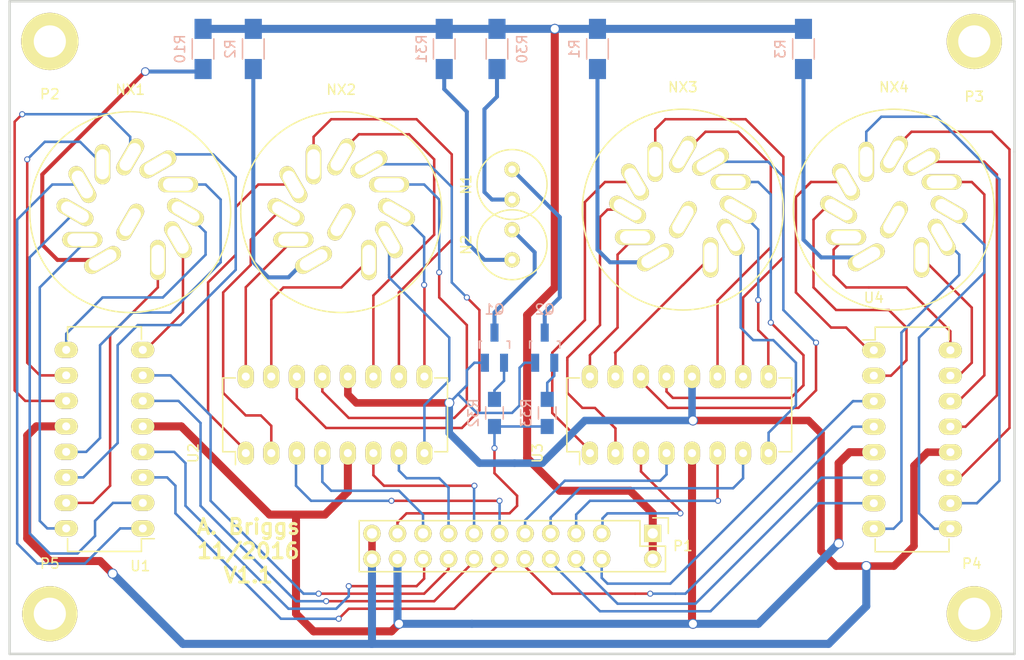
<source format=kicad_pcb>
(kicad_pcb (version 4) (host pcbnew 4.0.4-stable)

  (general
    (links 86)
    (no_connects 0)
    (area 76.366667 46.874999 179.633334 113.425)
    (thickness 1.6)
    (drawings 7)
    (tracks 579)
    (zones 0)
    (modules 25)
    (nets 71)
  )

  (page A4)
  (layers
    (0 F.Cu signal)
    (31 B.Cu signal)
    (32 B.Adhes user)
    (33 F.Adhes user hide)
    (34 B.Paste user)
    (35 F.Paste user)
    (36 B.SilkS user)
    (37 F.SilkS user)
    (38 B.Mask user)
    (39 F.Mask user)
    (40 Dwgs.User user)
    (41 Cmts.User user)
    (42 Eco1.User user)
    (43 Eco2.User user)
    (44 Edge.Cuts user)
    (45 Margin user)
    (46 B.CrtYd user)
    (47 F.CrtYd user)
    (48 B.Fab user)
    (49 F.Fab user)
  )

  (setup
    (last_trace_width 0.8)
    (user_trace_width 0.25)
    (user_trace_width 0.4)
    (user_trace_width 0.8)
    (trace_clearance 0.2)
    (zone_clearance 0.508)
    (zone_45_only yes)
    (trace_min 0.25)
    (segment_width 0.2)
    (edge_width 0.25)
    (via_size 0.6)
    (via_drill 0.4)
    (via_min_size 0.4)
    (via_min_drill 0.3)
    (user_via 0.85 0.65)
    (user_via 1 0.8)
    (uvia_size 0.3)
    (uvia_drill 0.1)
    (uvias_allowed no)
    (uvia_min_size 0.2)
    (uvia_min_drill 0.1)
    (pcb_text_width 0.3)
    (pcb_text_size 1.5 1.5)
    (mod_edge_width 0.15)
    (mod_text_size 1 1)
    (mod_text_width 0.15)
    (pad_size 5.5 5.5)
    (pad_drill 3.2)
    (pad_to_mask_clearance 0)
    (aux_axis_origin 0 0)
    (visible_elements 7FFEFF7F)
    (pcbplotparams
      (layerselection 0x010f0_80000001)
      (usegerberextensions false)
      (excludeedgelayer true)
      (linewidth 0.100000)
      (plotframeref false)
      (viasonmask false)
      (mode 1)
      (useauxorigin false)
      (hpglpennumber 1)
      (hpglpenspeed 20)
      (hpglpendiameter 15)
      (hpglpenoverlay 2)
      (psnegative false)
      (psa4output false)
      (plotreference true)
      (plotvalue false)
      (plotinvisibletext false)
      (padsonsilk false)
      (subtractmaskfromsilk false)
      (outputformat 1)
      (mirror false)
      (drillshape 0)
      (scaleselection 1)
      (outputdirectory tube_shield_v1_0_gerber/))
  )

  (net 0 "")
  (net 1 "Net-(N1-Pad1)")
  (net 2 "Net-(N1-Pad2)")
  (net 3 "Net-(N2-Pad1)")
  (net 4 "Net-(N2-Pad2)")
  (net 5 GND)
  (net 6 "/Nixie Tubes/N0_A")
  (net 7 "/Nixie Tubes/N2_A")
  (net 8 "/Nixie Tubes/N1_A")
  (net 9 "/Nixie Tubes/N3_A")
  (net 10 "/Nixie Tubes/N0_CAT1")
  (net 11 "/Nixie Tubes/N0_CAT0")
  (net 12 "/Nixie Tubes/N0_CAT9")
  (net 13 "/Nixie Tubes/N0_CAT8")
  (net 14 "/Nixie Tubes/N0_CAT7")
  (net 15 "/Nixie Tubes/N0_CAT6")
  (net 16 "/Nixie Tubes/N0_CAT5")
  (net 17 "/Nixie Tubes/N0_CAT4")
  (net 18 "/Nixie Tubes/N0_CAT3")
  (net 19 "/Nixie Tubes/N0_CAT2")
  (net 20 "/Nixie Tubes/N2_CAT1")
  (net 21 "/Nixie Tubes/N2_CAT0")
  (net 22 "/Nixie Tubes/N2_CAT9")
  (net 23 "/Nixie Tubes/N2_CAT8")
  (net 24 "/Nixie Tubes/N2_CAT7")
  (net 25 "/Nixie Tubes/N2_CAT6")
  (net 26 "/Nixie Tubes/N2_CAT5")
  (net 27 "/Nixie Tubes/N2_CAT4")
  (net 28 "/Nixie Tubes/N2_CAT3")
  (net 29 "/Nixie Tubes/N2_CAT2")
  (net 30 "/Nixie Tubes/N1_CAT1")
  (net 31 "/Nixie Tubes/N1_CAT0")
  (net 32 "/Nixie Tubes/N1_CAT9")
  (net 33 "/Nixie Tubes/N1_CAT8")
  (net 34 "/Nixie Tubes/N1_CAT7")
  (net 35 "/Nixie Tubes/N1_CAT6")
  (net 36 "/Nixie Tubes/N1_CAT5")
  (net 37 "/Nixie Tubes/N1_CAT4")
  (net 38 "/Nixie Tubes/N1_CAT3")
  (net 39 "/Nixie Tubes/N1_CAT2")
  (net 40 "/Nixie Tubes/N3_CAT1")
  (net 41 "/Nixie Tubes/N3_CAT0")
  (net 42 "/Nixie Tubes/N3_CAT9")
  (net 43 "/Nixie Tubes/N3_CAT8")
  (net 44 "/Nixie Tubes/N3_CAT7")
  (net 45 "/Nixie Tubes/N3_CAT6")
  (net 46 "/Nixie Tubes/N3_CAT4")
  (net 47 "/Nixie Tubes/N3_CAT5")
  (net 48 "/Nixie Tubes/N3_CAT3")
  (net 49 "/Nixie Tubes/N3_CAT2")
  (net 50 +180V)
  (net 51 +5V)
  (net 52 "Net-(Q1-Pad1)")
  (net 53 "Net-(Q2-Pad1)")
  (net 54 /N2_SEL_A)
  (net 55 /N3_SEL_A)
  (net 56 /N2_SEL_B)
  (net 57 /N3_SEL_B)
  (net 58 /N2_SEL_C)
  (net 59 /N3_SEL_C)
  (net 60 /N2_SEL_D)
  (net 61 /N3_SEL_D)
  (net 62 /N1_SEL_A)
  (net 63 /N0_SEL_A)
  (net 64 /N1_SEL_B)
  (net 65 /N0_SEL_B)
  (net 66 /N1_SEL_C)
  (net 67 /N0_SEL_C)
  (net 68 /N1_SEL_D)
  (net 69 /N0_SEL_D)
  (net 70 /COL_SEL)

  (net_class Default "This is the default net class."
    (clearance 0.2)
    (trace_width 0.25)
    (via_dia 0.6)
    (via_drill 0.4)
    (uvia_dia 0.3)
    (uvia_drill 0.1)
    (add_net +180V)
    (add_net +5V)
    (add_net /COL_SEL)
    (add_net /N0_SEL_A)
    (add_net /N0_SEL_B)
    (add_net /N0_SEL_C)
    (add_net /N0_SEL_D)
    (add_net /N1_SEL_A)
    (add_net /N1_SEL_B)
    (add_net /N1_SEL_C)
    (add_net /N1_SEL_D)
    (add_net /N2_SEL_A)
    (add_net /N2_SEL_B)
    (add_net /N2_SEL_C)
    (add_net /N2_SEL_D)
    (add_net /N3_SEL_A)
    (add_net /N3_SEL_B)
    (add_net /N3_SEL_C)
    (add_net /N3_SEL_D)
    (add_net "/Nixie Tubes/N0_A")
    (add_net "/Nixie Tubes/N0_CAT0")
    (add_net "/Nixie Tubes/N0_CAT1")
    (add_net "/Nixie Tubes/N0_CAT2")
    (add_net "/Nixie Tubes/N0_CAT3")
    (add_net "/Nixie Tubes/N0_CAT4")
    (add_net "/Nixie Tubes/N0_CAT5")
    (add_net "/Nixie Tubes/N0_CAT6")
    (add_net "/Nixie Tubes/N0_CAT7")
    (add_net "/Nixie Tubes/N0_CAT8")
    (add_net "/Nixie Tubes/N0_CAT9")
    (add_net "/Nixie Tubes/N1_A")
    (add_net "/Nixie Tubes/N1_CAT0")
    (add_net "/Nixie Tubes/N1_CAT1")
    (add_net "/Nixie Tubes/N1_CAT2")
    (add_net "/Nixie Tubes/N1_CAT3")
    (add_net "/Nixie Tubes/N1_CAT4")
    (add_net "/Nixie Tubes/N1_CAT5")
    (add_net "/Nixie Tubes/N1_CAT6")
    (add_net "/Nixie Tubes/N1_CAT7")
    (add_net "/Nixie Tubes/N1_CAT8")
    (add_net "/Nixie Tubes/N1_CAT9")
    (add_net "/Nixie Tubes/N2_A")
    (add_net "/Nixie Tubes/N2_CAT0")
    (add_net "/Nixie Tubes/N2_CAT1")
    (add_net "/Nixie Tubes/N2_CAT2")
    (add_net "/Nixie Tubes/N2_CAT3")
    (add_net "/Nixie Tubes/N2_CAT4")
    (add_net "/Nixie Tubes/N2_CAT5")
    (add_net "/Nixie Tubes/N2_CAT6")
    (add_net "/Nixie Tubes/N2_CAT7")
    (add_net "/Nixie Tubes/N2_CAT8")
    (add_net "/Nixie Tubes/N2_CAT9")
    (add_net "/Nixie Tubes/N3_A")
    (add_net "/Nixie Tubes/N3_CAT0")
    (add_net "/Nixie Tubes/N3_CAT1")
    (add_net "/Nixie Tubes/N3_CAT2")
    (add_net "/Nixie Tubes/N3_CAT3")
    (add_net "/Nixie Tubes/N3_CAT4")
    (add_net "/Nixie Tubes/N3_CAT5")
    (add_net "/Nixie Tubes/N3_CAT6")
    (add_net "/Nixie Tubes/N3_CAT7")
    (add_net "/Nixie Tubes/N3_CAT8")
    (add_net "/Nixie Tubes/N3_CAT9")
    (add_net "Net-(N1-Pad1)")
    (add_net "Net-(N1-Pad2)")
    (add_net "Net-(N2-Pad1)")
    (add_net "Net-(N2-Pad2)")
    (add_net "Net-(Q1-Pad1)")
    (add_net "Net-(Q2-Pad1)")
  )

  (net_class high_power ""
    (clearance 0.8)
    (trace_width 0.5)
    (via_dia 0.85)
    (via_drill 0.65)
    (uvia_dia 0.3)
    (uvia_drill 0.1)
  )

  (net_class power ""
    (clearance 0.2)
    (trace_width 0.75)
    (via_dia 1)
    (via_drill 0.8)
    (uvia_dia 0.3)
    (uvia_drill 0.1)
    (add_net GND)
  )

  (module Housings_DIP:DIP-16_W7.62mm_LongPads (layer F.Cu) (tedit 54130A77) (tstamp 5804130F)
    (at 164 81.75)
    (descr "16-lead dip package, row spacing 7.62 mm (300 mils), longer pads")
    (tags "dil dip 2.54 300")
    (path /51B53B8A/5802F3C6)
    (fp_text reference U4 (at 0 -5.22) (layer F.SilkS)
      (effects (font (size 1 1) (thickness 0.15)))
    )
    (fp_text value K155ID1 (at 0 -3.72) (layer F.Fab)
      (effects (font (size 1 1) (thickness 0.15)))
    )
    (fp_line (start -1.4 -2.45) (end -1.4 20.25) (layer F.CrtYd) (width 0.05))
    (fp_line (start 9 -2.45) (end 9 20.25) (layer F.CrtYd) (width 0.05))
    (fp_line (start -1.4 -2.45) (end 9 -2.45) (layer F.CrtYd) (width 0.05))
    (fp_line (start -1.4 20.25) (end 9 20.25) (layer F.CrtYd) (width 0.05))
    (fp_line (start 0.135 -2.295) (end 0.135 -1.025) (layer F.SilkS) (width 0.15))
    (fp_line (start 7.485 -2.295) (end 7.485 -1.025) (layer F.SilkS) (width 0.15))
    (fp_line (start 7.485 20.075) (end 7.485 18.805) (layer F.SilkS) (width 0.15))
    (fp_line (start 0.135 20.075) (end 0.135 18.805) (layer F.SilkS) (width 0.15))
    (fp_line (start 0.135 -2.295) (end 7.485 -2.295) (layer F.SilkS) (width 0.15))
    (fp_line (start 0.135 20.075) (end 7.485 20.075) (layer F.SilkS) (width 0.15))
    (fp_line (start 0.135 -1.025) (end -1.15 -1.025) (layer F.SilkS) (width 0.15))
    (pad 1 thru_hole oval (at 0 0) (size 2.3 1.6) (drill 0.8) (layers *.Cu *.Mask F.SilkS)
      (net 43 "/Nixie Tubes/N3_CAT8"))
    (pad 2 thru_hole oval (at 0 2.54) (size 2.3 1.6) (drill 0.8) (layers *.Cu *.Mask F.SilkS)
      (net 42 "/Nixie Tubes/N3_CAT9"))
    (pad 3 thru_hole oval (at 0 5.08) (size 2.3 1.6) (drill 0.8) (layers *.Cu *.Mask F.SilkS)
      (net 55 /N3_SEL_A))
    (pad 4 thru_hole oval (at 0 7.62) (size 2.3 1.6) (drill 0.8) (layers *.Cu *.Mask F.SilkS)
      (net 61 /N3_SEL_D))
    (pad 5 thru_hole oval (at 0 10.16) (size 2.3 1.6) (drill 0.8) (layers *.Cu *.Mask F.SilkS)
      (net 51 +5V))
    (pad 6 thru_hole oval (at 0 12.7) (size 2.3 1.6) (drill 0.8) (layers *.Cu *.Mask F.SilkS)
      (net 57 /N3_SEL_B))
    (pad 7 thru_hole oval (at 0 15.24) (size 2.3 1.6) (drill 0.8) (layers *.Cu *.Mask F.SilkS)
      (net 59 /N3_SEL_C))
    (pad 8 thru_hole oval (at 0 17.78) (size 2.3 1.6) (drill 0.8) (layers *.Cu *.Mask F.SilkS)
      (net 49 "/Nixie Tubes/N3_CAT2"))
    (pad 9 thru_hole oval (at 7.62 17.78) (size 2.3 1.6) (drill 0.8) (layers *.Cu *.Mask F.SilkS)
      (net 48 "/Nixie Tubes/N3_CAT3"))
    (pad 10 thru_hole oval (at 7.62 15.24) (size 2.3 1.6) (drill 0.8) (layers *.Cu *.Mask F.SilkS)
      (net 44 "/Nixie Tubes/N3_CAT7"))
    (pad 11 thru_hole oval (at 7.62 12.7) (size 2.3 1.6) (drill 0.8) (layers *.Cu *.Mask F.SilkS)
      (net 45 "/Nixie Tubes/N3_CAT6"))
    (pad 12 thru_hole oval (at 7.62 10.16) (size 2.3 1.6) (drill 0.8) (layers *.Cu *.Mask F.SilkS)
      (net 5 GND))
    (pad 13 thru_hole oval (at 7.62 7.62) (size 2.3 1.6) (drill 0.8) (layers *.Cu *.Mask F.SilkS)
      (net 46 "/Nixie Tubes/N3_CAT4"))
    (pad 14 thru_hole oval (at 7.62 5.08) (size 2.3 1.6) (drill 0.8) (layers *.Cu *.Mask F.SilkS)
      (net 47 "/Nixie Tubes/N3_CAT5"))
    (pad 15 thru_hole oval (at 7.62 2.54) (size 2.3 1.6) (drill 0.8) (layers *.Cu *.Mask F.SilkS)
      (net 40 "/Nixie Tubes/N3_CAT1"))
    (pad 16 thru_hole oval (at 7.62 0) (size 2.3 1.6) (drill 0.8) (layers *.Cu *.Mask F.SilkS)
      (net 41 "/Nixie Tubes/N3_CAT0"))
    (model Housings_DIP.3dshapes/DIP-16_W7.62mm_LongPads.wrl
      (at (xyz 0 0 0))
      (scale (xyz 1 1 1))
      (rotate (xyz 0 0 0))
    )
  )

  (module Housings_DIP:DIP-16_W7.62mm_LongPads (layer F.Cu) (tedit 54130A77) (tstamp 580412F0)
    (at 135.75 92 90)
    (descr "16-lead dip package, row spacing 7.62 mm (300 mils), longer pads")
    (tags "dil dip 2.54 300")
    (path /51B53B8A/5802F31E)
    (fp_text reference U3 (at 0 -5.22 90) (layer F.SilkS)
      (effects (font (size 1 1) (thickness 0.15)))
    )
    (fp_text value K155ID1 (at 0 -3.72 90) (layer F.Fab)
      (effects (font (size 1 1) (thickness 0.15)))
    )
    (fp_line (start -1.4 -2.45) (end -1.4 20.25) (layer F.CrtYd) (width 0.05))
    (fp_line (start 9 -2.45) (end 9 20.25) (layer F.CrtYd) (width 0.05))
    (fp_line (start -1.4 -2.45) (end 9 -2.45) (layer F.CrtYd) (width 0.05))
    (fp_line (start -1.4 20.25) (end 9 20.25) (layer F.CrtYd) (width 0.05))
    (fp_line (start 0.135 -2.295) (end 0.135 -1.025) (layer F.SilkS) (width 0.15))
    (fp_line (start 7.485 -2.295) (end 7.485 -1.025) (layer F.SilkS) (width 0.15))
    (fp_line (start 7.485 20.075) (end 7.485 18.805) (layer F.SilkS) (width 0.15))
    (fp_line (start 0.135 20.075) (end 0.135 18.805) (layer F.SilkS) (width 0.15))
    (fp_line (start 0.135 -2.295) (end 7.485 -2.295) (layer F.SilkS) (width 0.15))
    (fp_line (start 0.135 20.075) (end 7.485 20.075) (layer F.SilkS) (width 0.15))
    (fp_line (start 0.135 -1.025) (end -1.15 -1.025) (layer F.SilkS) (width 0.15))
    (pad 1 thru_hole oval (at 0 0 90) (size 2.3 1.6) (drill 0.8) (layers *.Cu *.Mask F.SilkS)
      (net 23 "/Nixie Tubes/N2_CAT8"))
    (pad 2 thru_hole oval (at 0 2.54 90) (size 2.3 1.6) (drill 0.8) (layers *.Cu *.Mask F.SilkS)
      (net 22 "/Nixie Tubes/N2_CAT9"))
    (pad 3 thru_hole oval (at 0 5.08 90) (size 2.3 1.6) (drill 0.8) (layers *.Cu *.Mask F.SilkS)
      (net 54 /N2_SEL_A))
    (pad 4 thru_hole oval (at 0 7.62 90) (size 2.3 1.6) (drill 0.8) (layers *.Cu *.Mask F.SilkS)
      (net 60 /N2_SEL_D))
    (pad 5 thru_hole oval (at 0 10.16 90) (size 2.3 1.6) (drill 0.8) (layers *.Cu *.Mask F.SilkS)
      (net 51 +5V))
    (pad 6 thru_hole oval (at 0 12.7 90) (size 2.3 1.6) (drill 0.8) (layers *.Cu *.Mask F.SilkS)
      (net 56 /N2_SEL_B))
    (pad 7 thru_hole oval (at 0 15.24 90) (size 2.3 1.6) (drill 0.8) (layers *.Cu *.Mask F.SilkS)
      (net 58 /N2_SEL_C))
    (pad 8 thru_hole oval (at 0 17.78 90) (size 2.3 1.6) (drill 0.8) (layers *.Cu *.Mask F.SilkS)
      (net 29 "/Nixie Tubes/N2_CAT2"))
    (pad 9 thru_hole oval (at 7.62 17.78 90) (size 2.3 1.6) (drill 0.8) (layers *.Cu *.Mask F.SilkS)
      (net 28 "/Nixie Tubes/N2_CAT3"))
    (pad 10 thru_hole oval (at 7.62 15.24 90) (size 2.3 1.6) (drill 0.8) (layers *.Cu *.Mask F.SilkS)
      (net 24 "/Nixie Tubes/N2_CAT7"))
    (pad 11 thru_hole oval (at 7.62 12.7 90) (size 2.3 1.6) (drill 0.8) (layers *.Cu *.Mask F.SilkS)
      (net 25 "/Nixie Tubes/N2_CAT6"))
    (pad 12 thru_hole oval (at 7.62 10.16 90) (size 2.3 1.6) (drill 0.8) (layers *.Cu *.Mask F.SilkS)
      (net 5 GND))
    (pad 13 thru_hole oval (at 7.62 7.62 90) (size 2.3 1.6) (drill 0.8) (layers *.Cu *.Mask F.SilkS)
      (net 27 "/Nixie Tubes/N2_CAT4"))
    (pad 14 thru_hole oval (at 7.62 5.08 90) (size 2.3 1.6) (drill 0.8) (layers *.Cu *.Mask F.SilkS)
      (net 26 "/Nixie Tubes/N2_CAT5"))
    (pad 15 thru_hole oval (at 7.62 2.54 90) (size 2.3 1.6) (drill 0.8) (layers *.Cu *.Mask F.SilkS)
      (net 20 "/Nixie Tubes/N2_CAT1"))
    (pad 16 thru_hole oval (at 7.62 0 90) (size 2.3 1.6) (drill 0.8) (layers *.Cu *.Mask F.SilkS)
      (net 21 "/Nixie Tubes/N2_CAT0"))
    (model Housings_DIP.3dshapes/DIP-16_W7.62mm_LongPads.wrl
      (at (xyz 0 0 0))
      (scale (xyz 1 1 1))
      (rotate (xyz 0 0 0))
    )
  )

  (module Housings_DIP:DIP-16_W7.62mm_LongPads (layer F.Cu) (tedit 54130A77) (tstamp 580412D1)
    (at 101.5 92 90)
    (descr "16-lead dip package, row spacing 7.62 mm (300 mils), longer pads")
    (tags "dil dip 2.54 300")
    (path /51B53B8A/5802F26E)
    (fp_text reference U2 (at 0 -5.22 90) (layer F.SilkS)
      (effects (font (size 1 1) (thickness 0.15)))
    )
    (fp_text value K155ID1 (at 0 -3.72 90) (layer F.Fab)
      (effects (font (size 1 1) (thickness 0.15)))
    )
    (fp_line (start -1.4 -2.45) (end -1.4 20.25) (layer F.CrtYd) (width 0.05))
    (fp_line (start 9 -2.45) (end 9 20.25) (layer F.CrtYd) (width 0.05))
    (fp_line (start -1.4 -2.45) (end 9 -2.45) (layer F.CrtYd) (width 0.05))
    (fp_line (start -1.4 20.25) (end 9 20.25) (layer F.CrtYd) (width 0.05))
    (fp_line (start 0.135 -2.295) (end 0.135 -1.025) (layer F.SilkS) (width 0.15))
    (fp_line (start 7.485 -2.295) (end 7.485 -1.025) (layer F.SilkS) (width 0.15))
    (fp_line (start 7.485 20.075) (end 7.485 18.805) (layer F.SilkS) (width 0.15))
    (fp_line (start 0.135 20.075) (end 0.135 18.805) (layer F.SilkS) (width 0.15))
    (fp_line (start 0.135 -2.295) (end 7.485 -2.295) (layer F.SilkS) (width 0.15))
    (fp_line (start 0.135 20.075) (end 7.485 20.075) (layer F.SilkS) (width 0.15))
    (fp_line (start 0.135 -1.025) (end -1.15 -1.025) (layer F.SilkS) (width 0.15))
    (pad 1 thru_hole oval (at 0 0 90) (size 2.3 1.6) (drill 0.8) (layers *.Cu *.Mask F.SilkS)
      (net 33 "/Nixie Tubes/N1_CAT8"))
    (pad 2 thru_hole oval (at 0 2.54 90) (size 2.3 1.6) (drill 0.8) (layers *.Cu *.Mask F.SilkS)
      (net 32 "/Nixie Tubes/N1_CAT9"))
    (pad 3 thru_hole oval (at 0 5.08 90) (size 2.3 1.6) (drill 0.8) (layers *.Cu *.Mask F.SilkS)
      (net 62 /N1_SEL_A))
    (pad 4 thru_hole oval (at 0 7.62 90) (size 2.3 1.6) (drill 0.8) (layers *.Cu *.Mask F.SilkS)
      (net 68 /N1_SEL_D))
    (pad 5 thru_hole oval (at 0 10.16 90) (size 2.3 1.6) (drill 0.8) (layers *.Cu *.Mask F.SilkS)
      (net 51 +5V))
    (pad 6 thru_hole oval (at 0 12.7 90) (size 2.3 1.6) (drill 0.8) (layers *.Cu *.Mask F.SilkS)
      (net 64 /N1_SEL_B))
    (pad 7 thru_hole oval (at 0 15.24 90) (size 2.3 1.6) (drill 0.8) (layers *.Cu *.Mask F.SilkS)
      (net 66 /N1_SEL_C))
    (pad 8 thru_hole oval (at 0 17.78 90) (size 2.3 1.6) (drill 0.8) (layers *.Cu *.Mask F.SilkS)
      (net 39 "/Nixie Tubes/N1_CAT2"))
    (pad 9 thru_hole oval (at 7.62 17.78 90) (size 2.3 1.6) (drill 0.8) (layers *.Cu *.Mask F.SilkS)
      (net 38 "/Nixie Tubes/N1_CAT3"))
    (pad 10 thru_hole oval (at 7.62 15.24 90) (size 2.3 1.6) (drill 0.8) (layers *.Cu *.Mask F.SilkS)
      (net 34 "/Nixie Tubes/N1_CAT7"))
    (pad 11 thru_hole oval (at 7.62 12.7 90) (size 2.3 1.6) (drill 0.8) (layers *.Cu *.Mask F.SilkS)
      (net 35 "/Nixie Tubes/N1_CAT6"))
    (pad 12 thru_hole oval (at 7.62 10.16 90) (size 2.3 1.6) (drill 0.8) (layers *.Cu *.Mask F.SilkS)
      (net 5 GND))
    (pad 13 thru_hole oval (at 7.62 7.62 90) (size 2.3 1.6) (drill 0.8) (layers *.Cu *.Mask F.SilkS)
      (net 37 "/Nixie Tubes/N1_CAT4"))
    (pad 14 thru_hole oval (at 7.62 5.08 90) (size 2.3 1.6) (drill 0.8) (layers *.Cu *.Mask F.SilkS)
      (net 36 "/Nixie Tubes/N1_CAT5"))
    (pad 15 thru_hole oval (at 7.62 2.54 90) (size 2.3 1.6) (drill 0.8) (layers *.Cu *.Mask F.SilkS)
      (net 30 "/Nixie Tubes/N1_CAT1"))
    (pad 16 thru_hole oval (at 7.62 0 90) (size 2.3 1.6) (drill 0.8) (layers *.Cu *.Mask F.SilkS)
      (net 31 "/Nixie Tubes/N1_CAT0"))
    (model Housings_DIP.3dshapes/DIP-16_W7.62mm_LongPads.wrl
      (at (xyz 0 0 0))
      (scale (xyz 1 1 1))
      (rotate (xyz 0 0 0))
    )
  )

  (module Housings_DIP:DIP-16_W7.62mm_LongPads (layer F.Cu) (tedit 5830E154) (tstamp 580412B2)
    (at 91.25 99.5 180)
    (descr "16-lead dip package, row spacing 7.62 mm (300 mils), longer pads")
    (tags "dil dip 2.54 300")
    (path /51B53B8A/5802B631)
    (fp_text reference U1 (at 0.25 -3.75 180) (layer F.SilkS)
      (effects (font (size 1 1) (thickness 0.15)))
    )
    (fp_text value K155ID1 (at 0 -3.72 180) (layer F.Fab)
      (effects (font (size 1 1) (thickness 0.15)))
    )
    (fp_line (start -1.4 -2.45) (end -1.4 20.25) (layer F.CrtYd) (width 0.05))
    (fp_line (start 9 -2.45) (end 9 20.25) (layer F.CrtYd) (width 0.05))
    (fp_line (start -1.4 -2.45) (end 9 -2.45) (layer F.CrtYd) (width 0.05))
    (fp_line (start -1.4 20.25) (end 9 20.25) (layer F.CrtYd) (width 0.05))
    (fp_line (start 0.135 -2.295) (end 0.135 -1.025) (layer F.SilkS) (width 0.15))
    (fp_line (start 7.485 -2.295) (end 7.485 -1.025) (layer F.SilkS) (width 0.15))
    (fp_line (start 7.485 20.075) (end 7.485 18.805) (layer F.SilkS) (width 0.15))
    (fp_line (start 0.135 20.075) (end 0.135 18.805) (layer F.SilkS) (width 0.15))
    (fp_line (start 0.135 -2.295) (end 7.485 -2.295) (layer F.SilkS) (width 0.15))
    (fp_line (start 0.135 20.075) (end 7.485 20.075) (layer F.SilkS) (width 0.15))
    (fp_line (start 0.135 -1.025) (end -1.15 -1.025) (layer F.SilkS) (width 0.15))
    (pad 1 thru_hole oval (at 0 0 180) (size 2.3 1.6) (drill 0.8) (layers *.Cu *.Mask F.SilkS)
      (net 13 "/Nixie Tubes/N0_CAT8"))
    (pad 2 thru_hole oval (at 0 2.54 180) (size 2.3 1.6) (drill 0.8) (layers *.Cu *.Mask F.SilkS)
      (net 12 "/Nixie Tubes/N0_CAT9"))
    (pad 3 thru_hole oval (at 0 5.08 180) (size 2.3 1.6) (drill 0.8) (layers *.Cu *.Mask F.SilkS)
      (net 63 /N0_SEL_A))
    (pad 4 thru_hole oval (at 0 7.62 180) (size 2.3 1.6) (drill 0.8) (layers *.Cu *.Mask F.SilkS)
      (net 69 /N0_SEL_D))
    (pad 5 thru_hole oval (at 0 10.16 180) (size 2.3 1.6) (drill 0.8) (layers *.Cu *.Mask F.SilkS)
      (net 51 +5V))
    (pad 6 thru_hole oval (at 0 12.7 180) (size 2.3 1.6) (drill 0.8) (layers *.Cu *.Mask F.SilkS)
      (net 65 /N0_SEL_B))
    (pad 7 thru_hole oval (at 0 15.24 180) (size 2.3 1.6) (drill 0.8) (layers *.Cu *.Mask F.SilkS)
      (net 67 /N0_SEL_C))
    (pad 8 thru_hole oval (at 0 17.78 180) (size 2.3 1.6) (drill 0.8) (layers *.Cu *.Mask F.SilkS)
      (net 19 "/Nixie Tubes/N0_CAT2"))
    (pad 9 thru_hole oval (at 7.62 17.78 180) (size 2.3 1.6) (drill 0.8) (layers *.Cu *.Mask F.SilkS)
      (net 18 "/Nixie Tubes/N0_CAT3"))
    (pad 10 thru_hole oval (at 7.62 15.24 180) (size 2.3 1.6) (drill 0.8) (layers *.Cu *.Mask F.SilkS)
      (net 14 "/Nixie Tubes/N0_CAT7"))
    (pad 11 thru_hole oval (at 7.62 12.7 180) (size 2.3 1.6) (drill 0.8) (layers *.Cu *.Mask F.SilkS)
      (net 15 "/Nixie Tubes/N0_CAT6"))
    (pad 12 thru_hole oval (at 7.62 10.16 180) (size 2.3 1.6) (drill 0.8) (layers *.Cu *.Mask F.SilkS)
      (net 5 GND))
    (pad 13 thru_hole oval (at 7.62 7.62 180) (size 2.3 1.6) (drill 0.8) (layers *.Cu *.Mask F.SilkS)
      (net 17 "/Nixie Tubes/N0_CAT4"))
    (pad 14 thru_hole oval (at 7.62 5.08 180) (size 2.3 1.6) (drill 0.8) (layers *.Cu *.Mask F.SilkS)
      (net 16 "/Nixie Tubes/N0_CAT5"))
    (pad 15 thru_hole oval (at 7.62 2.54 180) (size 2.3 1.6) (drill 0.8) (layers *.Cu *.Mask F.SilkS)
      (net 10 "/Nixie Tubes/N0_CAT1"))
    (pad 16 thru_hole oval (at 7.62 0 180) (size 2.3 1.6) (drill 0.8) (layers *.Cu *.Mask F.SilkS)
      (net 11 "/Nixie Tubes/N0_CAT0"))
    (model Housings_DIP.3dshapes/DIP-16_W7.62mm_LongPads.wrl
      (at (xyz 0 0 0))
      (scale (xyz 1 1 1))
      (rotate (xyz 0 0 0))
    )
  )

  (module Nixie:Pin_Header_Straight_2x12_isolate_hv (layer F.Cu) (tedit 581E5C05) (tstamp 575DF78E)
    (at 142 100 270)
    (descr "Through hole pin header")
    (tags "pin header")
    (path /57E0EE1D)
    (fp_text reference P1 (at 1.25 -3 540) (layer F.SilkS)
      (effects (font (size 1 1) (thickness 0.15)))
    )
    (fp_text value CONN_02X12_isolate_hv (at 0 -3.1 270) (layer F.Fab)
      (effects (font (size 1 1) (thickness 0.15)))
    )
    (fp_line (start -1.75 -1.75) (end -1.75 29.7) (layer F.CrtYd) (width 0.05))
    (fp_line (start 4.3 -1.75) (end 4.3 29.7) (layer F.CrtYd) (width 0.05))
    (fp_line (start -1.75 -1.75) (end 4.3 -1.75) (layer F.CrtYd) (width 0.05))
    (fp_line (start -1.75 29.7) (end 4.3 29.7) (layer F.CrtYd) (width 0.05))
    (fp_line (start 3.81 29.21) (end 3.81 -1.27) (layer F.SilkS) (width 0.15))
    (fp_line (start -1.27 1.27) (end -1.27 29.21) (layer F.SilkS) (width 0.15))
    (fp_line (start 3.81 29.21) (end -1.27 29.21) (layer F.SilkS) (width 0.15))
    (fp_line (start 3.81 -1.27) (end 1.27 -1.27) (layer F.SilkS) (width 0.15))
    (fp_line (start 0 -1.55) (end -1.55 -1.55) (layer F.SilkS) (width 0.15))
    (fp_line (start 1.27 -1.27) (end 1.27 1.27) (layer F.SilkS) (width 0.15))
    (fp_line (start 1.27 1.27) (end -1.27 1.27) (layer F.SilkS) (width 0.15))
    (fp_line (start -1.55 -1.55) (end -1.55 0) (layer F.SilkS) (width 0.15))
    (pad 1 thru_hole rect (at 0 0 270) (size 1.7272 1.7272) (drill 1.016) (layers *.Cu *.Mask F.SilkS)
      (net 50 +180V))
    (pad 2 thru_hole oval (at 2.54 0 270) (size 1.7272 1.7272) (drill 1.016) (layers *.Cu *.Mask F.SilkS)
      (net 50 +180V))
    (pad "" np_thru_hole circle (at 0 2.54 270) (size 1.7272 1.7272) (drill 1.7272) (layers *.Cu *.Mask))
    (pad "" np_thru_hole circle (at 2.54 2.54 270) (size 1.7272 1.7272) (drill 1.7272) (layers *.Cu *.Mask))
    (pad 5 thru_hole oval (at 0 5.08 270) (size 1.7272 1.7272) (drill 1.016) (layers *.Cu *.Mask F.SilkS)
      (net 54 /N2_SEL_A))
    (pad 6 thru_hole oval (at 2.54 5.08 270) (size 1.7272 1.7272) (drill 1.016) (layers *.Cu *.Mask F.SilkS)
      (net 55 /N3_SEL_A))
    (pad 7 thru_hole oval (at 0 7.62 270) (size 1.7272 1.7272) (drill 1.016) (layers *.Cu *.Mask F.SilkS)
      (net 56 /N2_SEL_B))
    (pad 8 thru_hole oval (at 2.54 7.62 270) (size 1.7272 1.7272) (drill 1.016) (layers *.Cu *.Mask F.SilkS)
      (net 57 /N3_SEL_B))
    (pad 9 thru_hole oval (at 0 10.16 270) (size 1.7272 1.7272) (drill 1.016) (layers *.Cu *.Mask F.SilkS)
      (net 58 /N2_SEL_C))
    (pad 10 thru_hole oval (at 2.54 10.16 270) (size 1.7272 1.7272) (drill 1.016) (layers *.Cu *.Mask F.SilkS)
      (net 59 /N3_SEL_C))
    (pad 11 thru_hole oval (at 0 12.7 270) (size 1.7272 1.7272) (drill 1.016) (layers *.Cu *.Mask F.SilkS)
      (net 60 /N2_SEL_D))
    (pad 12 thru_hole oval (at 2.54 12.7 270) (size 1.7272 1.7272) (drill 1.016) (layers *.Cu *.Mask F.SilkS)
      (net 61 /N3_SEL_D))
    (pad 13 thru_hole oval (at 0 15.24 270) (size 1.7272 1.7272) (drill 1.016) (layers *.Cu *.Mask F.SilkS)
      (net 62 /N1_SEL_A))
    (pad 14 thru_hole oval (at 2.54 15.24 270) (size 1.7272 1.7272) (drill 1.016) (layers *.Cu *.Mask F.SilkS)
      (net 63 /N0_SEL_A))
    (pad 15 thru_hole oval (at 0 17.78 270) (size 1.7272 1.7272) (drill 1.016) (layers *.Cu *.Mask F.SilkS)
      (net 64 /N1_SEL_B))
    (pad 16 thru_hole oval (at 2.54 17.78 270) (size 1.7272 1.7272) (drill 1.016) (layers *.Cu *.Mask F.SilkS)
      (net 65 /N0_SEL_B))
    (pad 17 thru_hole oval (at 0 20.32 270) (size 1.7272 1.7272) (drill 1.016) (layers *.Cu *.Mask F.SilkS)
      (net 66 /N1_SEL_C))
    (pad 18 thru_hole oval (at 2.54 20.32 270) (size 1.7272 1.7272) (drill 1.016) (layers *.Cu *.Mask F.SilkS)
      (net 67 /N0_SEL_C))
    (pad 19 thru_hole oval (at 0 22.86 270) (size 1.7272 1.7272) (drill 1.016) (layers *.Cu *.Mask F.SilkS)
      (net 68 /N1_SEL_D))
    (pad 20 thru_hole oval (at 2.54 22.86 270) (size 1.7272 1.7272) (drill 1.016) (layers *.Cu *.Mask F.SilkS)
      (net 69 /N0_SEL_D))
    (pad 21 thru_hole oval (at 0 25.4 270) (size 1.7272 1.7272) (drill 1.016) (layers *.Cu *.Mask F.SilkS)
      (net 70 /COL_SEL))
    (pad 22 thru_hole oval (at 2.54 25.4 270) (size 1.7272 1.7272) (drill 1.016) (layers *.Cu *.Mask F.SilkS)
      (net 51 +5V))
    (pad 23 thru_hole oval (at 0 27.94 270) (size 1.7272 1.7272) (drill 1.016) (layers *.Cu *.Mask F.SilkS)
      (net 5 GND))
    (pad 24 thru_hole oval (at 2.54 27.94 270) (size 1.7272 1.7272) (drill 1.016) (layers *.Cu *.Mask F.SilkS)
      (net 5 GND))
    (model Pin_Headers.3dshapes/Pin_Header_Straight_2x12.wrl
      (at (xyz 0.05 -0.55 0))
      (scale (xyz 1 1 1))
      (rotate (xyz 0 0 90))
    )
  )

  (module Nixie:pl27-1pd locked (layer F.Cu) (tedit 58044025) (tstamp 575DF761)
    (at 145 67.75 180)
    (path /51B41911/58009212)
    (fp_text reference NX3 (at 0 12.192 180) (layer F.SilkS)
      (effects (font (size 1 1) (thickness 0.15)))
    )
    (fp_text value IN-8 (at 0 -11.43 180) (layer F.Fab)
      (effects (font (size 1 1) (thickness 0.15)))
    )
    (fp_circle (center 0 0) (end 0 -10) (layer F.SilkS) (width 0.15))
    (pad 12 thru_hole oval (at 0 -1 240) (size 4 1.55) (drill oval 3 1.25) (layers *.Cu *.Mask F.SilkS))
    (pad 3 thru_hole oval (at -5.5 0 330) (size 4 1.55) (drill oval 3 1.25) (layers *.Cu *.Mask F.SilkS)
      (net 28 "/Nixie Tubes/N2_CAT3"))
    (pad 4 thru_hole oval (at -4.76314 2.75) (size 4 1.55) (drill oval 3 1.25) (layers *.Cu *.Mask F.SilkS)
      (net 27 "/Nixie Tubes/N2_CAT4"))
    (pad 5 thru_hole oval (at -2.75 4.76314 30) (size 4 1.55) (drill oval 3 1.25) (layers *.Cu *.Mask F.SilkS)
      (net 26 "/Nixie Tubes/N2_CAT5"))
    (pad 6 thru_hole oval (at 0 5.5 60) (size 4 1.55) (drill oval 3 1.25) (layers *.Cu *.Mask F.SilkS)
      (net 25 "/Nixie Tubes/N2_CAT6"))
    (pad 7 thru_hole oval (at 2.75 4.76314 90) (size 4 1.55) (drill oval 3 1.25) (layers *.Cu *.Mask F.SilkS)
      (net 24 "/Nixie Tubes/N2_CAT7"))
    (pad 8 thru_hole oval (at 4.76314 2.75 120) (size 4 1.55) (drill oval 3 1.25) (layers *.Cu *.Mask F.SilkS)
      (net 23 "/Nixie Tubes/N2_CAT8"))
    (pad 9 thru_hole oval (at 5.5 0 150) (size 4 1.55) (drill oval 3 1.25) (layers *.Cu *.Mask F.SilkS)
      (net 22 "/Nixie Tubes/N2_CAT9"))
    (pad 10 thru_hole oval (at 4.76314 -2.75 180) (size 4 1.55) (drill oval 3 1.25) (layers *.Cu *.Mask F.SilkS)
      (net 21 "/Nixie Tubes/N2_CAT0"))
    (pad 11 thru_hole oval (at 2.75 -4.76314 210) (size 4 1.55) (drill oval 3 1.25) (layers *.Cu *.Mask F.SilkS)
      (net 7 "/Nixie Tubes/N2_A"))
    (pad 1 thru_hole oval (at -2.75 -4.76314 270) (size 4 1.55) (drill oval 3 1.25) (layers *.Cu *.Mask F.SilkS)
      (net 20 "/Nixie Tubes/N2_CAT1"))
    (pad 2 thru_hole oval (at -4.76314 -2.75 300) (size 4 1.55) (drill oval 3 1.25) (layers *.Cu *.Mask F.SilkS)
      (net 29 "/Nixie Tubes/N2_CAT2"))
  )

  (module Nixie:neon_ind (layer F.Cu) (tedit 575CE04C) (tstamp 575DF727)
    (at 128 65.25 270)
    (path /54DBB7B0/54DBBE6C)
    (fp_text reference N1 (at 0 4.572 270) (layer F.SilkS)
      (effects (font (size 1 1) (thickness 0.15)))
    )
    (fp_text value C2A (at 0 -4.826 270) (layer F.Fab)
      (effects (font (size 1 1) (thickness 0.15)))
    )
    (fp_circle (center 0 0) (end 2.625 -2.286) (layer F.SilkS) (width 0.15))
    (pad 1 thru_hole circle (at 1.5 0 270) (size 1.524 1.524) (drill 0.75) (layers *.Cu *.Mask F.SilkS)
      (net 1 "Net-(N1-Pad1)"))
    (pad 2 thru_hole circle (at -1.5 0 270) (size 1.524 1.524) (drill 0.75) (layers *.Cu *.Mask F.SilkS)
      (net 2 "Net-(N1-Pad2)"))
  )

  (module Nixie:neon_ind (layer F.Cu) (tedit 575CE04C) (tstamp 575DF72E)
    (at 128 71.25 270)
    (path /54DBB7B0/54DBBEBD)
    (fp_text reference N2 (at 0 4.572 270) (layer F.SilkS)
      (effects (font (size 1 1) (thickness 0.15)))
    )
    (fp_text value C2A (at 0 -4.826 270) (layer F.Fab)
      (effects (font (size 1 1) (thickness 0.15)))
    )
    (fp_circle (center 0 0) (end 2.625 -2.286) (layer F.SilkS) (width 0.15))
    (pad 1 thru_hole circle (at 1.5 0 270) (size 1.524 1.524) (drill 0.75) (layers *.Cu *.Mask F.SilkS)
      (net 3 "Net-(N2-Pad1)"))
    (pad 2 thru_hole circle (at -1.5 0 270) (size 1.524 1.524) (drill 0.75) (layers *.Cu *.Mask F.SilkS)
      (net 4 "Net-(N2-Pad2)"))
  )

  (module Resistors_SMD:R_0805_HandSoldering (layer B.Cu) (tedit 54189DEE) (tstamp 575DF91E)
    (at 126.25 88 270)
    (descr "Resistor SMD 0805, hand soldering")
    (tags "resistor 0805")
    (path /54DBB7B0/575E0B78)
    (attr smd)
    (fp_text reference R32 (at 0 2.1 270) (layer B.SilkS)
      (effects (font (size 1 1) (thickness 0.15)) (justify mirror))
    )
    (fp_text value 4.7k (at 0 -2.1 270) (layer B.Fab)
      (effects (font (size 1 1) (thickness 0.15)) (justify mirror))
    )
    (fp_line (start -2.4 1) (end 2.4 1) (layer B.CrtYd) (width 0.05))
    (fp_line (start -2.4 -1) (end 2.4 -1) (layer B.CrtYd) (width 0.05))
    (fp_line (start -2.4 1) (end -2.4 -1) (layer B.CrtYd) (width 0.05))
    (fp_line (start 2.4 1) (end 2.4 -1) (layer B.CrtYd) (width 0.05))
    (fp_line (start 0.6 -0.875) (end -0.6 -0.875) (layer B.SilkS) (width 0.15))
    (fp_line (start -0.6 0.875) (end 0.6 0.875) (layer B.SilkS) (width 0.15))
    (pad 1 smd rect (at -1.35 0 270) (size 1.5 1.3) (layers B.Cu B.Paste B.Mask)
      (net 52 "Net-(Q1-Pad1)"))
    (pad 2 smd rect (at 1.35 0 270) (size 1.5 1.3) (layers B.Cu B.Paste B.Mask)
      (net 70 /COL_SEL))
    (model Resistors_SMD.3dshapes/R_0805_HandSoldering.wrl
      (at (xyz 0 0 0))
      (scale (xyz 1 1 1))
      (rotate (xyz 0 0 0))
    )
  )

  (module Resistors_SMD:R_0805_HandSoldering (layer B.Cu) (tedit 54189DEE) (tstamp 575DF92A)
    (at 131.5 88 270)
    (descr "Resistor SMD 0805, hand soldering")
    (tags "resistor 0805")
    (path /54DBB7B0/575E0C36)
    (attr smd)
    (fp_text reference R33 (at 0 2.1 270) (layer B.SilkS)
      (effects (font (size 1 1) (thickness 0.15)) (justify mirror))
    )
    (fp_text value 4.7k (at 0 -2.1 270) (layer B.Fab)
      (effects (font (size 1 1) (thickness 0.15)) (justify mirror))
    )
    (fp_line (start -2.4 1) (end 2.4 1) (layer B.CrtYd) (width 0.05))
    (fp_line (start -2.4 -1) (end 2.4 -1) (layer B.CrtYd) (width 0.05))
    (fp_line (start -2.4 1) (end -2.4 -1) (layer B.CrtYd) (width 0.05))
    (fp_line (start 2.4 1) (end 2.4 -1) (layer B.CrtYd) (width 0.05))
    (fp_line (start 0.6 -0.875) (end -0.6 -0.875) (layer B.SilkS) (width 0.15))
    (fp_line (start -0.6 0.875) (end 0.6 0.875) (layer B.SilkS) (width 0.15))
    (pad 1 smd rect (at -1.35 0 270) (size 1.5 1.3) (layers B.Cu B.Paste B.Mask)
      (net 53 "Net-(Q2-Pad1)"))
    (pad 2 smd rect (at 1.35 0 270) (size 1.5 1.3) (layers B.Cu B.Paste B.Mask)
      (net 70 /COL_SEL))
    (model Resistors_SMD.3dshapes/R_0805_HandSoldering.wrl
      (at (xyz 0 0 0))
      (scale (xyz 1 1 1))
      (rotate (xyz 0 0 0))
    )
  )

  (module Mounting_Holes:MountingHole_3.2mm_M3_ISO7380_Pad (layer F.Cu) (tedit 5830E144) (tstamp 575DFC6D)
    (at 82 51)
    (descr "Mounting Hole 3.2mm, M3, ISO7380")
    (tags "mounting hole 3.2mm m3 iso7380")
    (path /575DFF28)
    (fp_text reference P2 (at 0 5.25) (layer F.SilkS)
      (effects (font (size 1 1) (thickness 0.15)))
    )
    (fp_text value CONN_01X01 (at 0 3.85) (layer F.Fab)
      (effects (font (size 1 1) (thickness 0.15)))
    )
    (fp_circle (center 0 0) (end 2.85 0) (layer Cmts.User) (width 0.15))
    (fp_circle (center 0 0) (end 3.1 0) (layer F.CrtYd) (width 0.05))
    (pad 1 thru_hole circle (at 0 0) (size 5.7 5.7) (drill 3.2) (layers *.Cu *.Mask F.SilkS))
  )

  (module Mounting_Holes:MountingHole_3.2mm_M3_ISO14580_Pad (layer F.Cu) (tedit 5830E141) (tstamp 575DFC72)
    (at 174 51)
    (descr "Mounting Hole 3.2mm, M3, ISO14580")
    (tags "mounting hole 3.2mm m3 iso14580")
    (path /575E0D8B)
    (fp_text reference P3 (at 0 5.5) (layer F.SilkS)
      (effects (font (size 1 1) (thickness 0.15)))
    )
    (fp_text value CONN_01X01 (at 0 3.75) (layer F.Fab)
      (effects (font (size 1 1) (thickness 0.15)))
    )
    (fp_circle (center 0 0) (end 2.75 0) (layer Cmts.User) (width 0.15))
    (fp_circle (center 0 0) (end 3 0) (layer F.CrtYd) (width 0.05))
    (pad 1 thru_hole circle (at 0 0) (size 5.5 5.5) (drill 3.2) (layers *.Cu *.Mask F.SilkS))
  )

  (module Mounting_Holes:MountingHole_3.2mm_M3_ISO14580_Pad (layer F.Cu) (tedit 5830E14C) (tstamp 575DFC77)
    (at 174 108)
    (descr "Mounting Hole 3.2mm, M3, ISO14580")
    (tags "mounting hole 3.2mm m3 iso14580")
    (path /575E0E84)
    (fp_text reference P4 (at -0.25 -5) (layer F.SilkS)
      (effects (font (size 1 1) (thickness 0.15)))
    )
    (fp_text value CONN_01X01 (at 0 3.75) (layer F.Fab)
      (effects (font (size 1 1) (thickness 0.15)))
    )
    (fp_circle (center 0 0) (end 2.75 0) (layer Cmts.User) (width 0.15))
    (fp_circle (center 0 0) (end 3 0) (layer F.CrtYd) (width 0.05))
    (pad 1 thru_hole circle (at 0 0) (size 5.5 5.5) (drill 3.2) (layers *.Cu *.Mask F.SilkS))
  )

  (module Mounting_Holes:MountingHole_3.2mm_M3_ISO14580_Pad (layer F.Cu) (tedit 5830E153) (tstamp 575DFC7C)
    (at 82 108)
    (descr "Mounting Hole 3.2mm, M3, ISO14580")
    (tags "mounting hole 3.2mm m3 iso14580")
    (path /575E0F84)
    (fp_text reference P5 (at 0 -5) (layer F.SilkS)
      (effects (font (size 1 1) (thickness 0.15)))
    )
    (fp_text value CONN_01X01 (at 0 3.75) (layer F.Fab)
      (effects (font (size 1 1) (thickness 0.15)))
    )
    (fp_circle (center 0 0) (end 2.75 0) (layer Cmts.User) (width 0.15))
    (fp_circle (center 0 0) (end 3 0) (layer F.CrtYd) (width 0.05))
    (pad 1 thru_hole circle (at 0 0) (size 5.5 5.5) (drill 3.2) (layers *.Cu *.Mask F.SilkS))
  )

  (module Nixie:pl27-1pd locked (layer F.Cu) (tedit 58044025) (tstamp 575DF772)
    (at 166 67.75 180)
    (path /51B41911/580092F0)
    (fp_text reference NX4 (at 0 12.192 180) (layer F.SilkS)
      (effects (font (size 1 1) (thickness 0.15)))
    )
    (fp_text value IN-8 (at 0 -11.43 180) (layer F.Fab)
      (effects (font (size 1 1) (thickness 0.15)))
    )
    (fp_circle (center 0 0) (end 0 -10) (layer F.SilkS) (width 0.15))
    (pad 12 thru_hole oval (at 0 -1 240) (size 4 1.55) (drill oval 3 1.25) (layers *.Cu *.Mask F.SilkS))
    (pad 3 thru_hole oval (at -5.5 0 330) (size 4 1.55) (drill oval 3 1.25) (layers *.Cu *.Mask F.SilkS)
      (net 48 "/Nixie Tubes/N3_CAT3"))
    (pad 4 thru_hole oval (at -4.76314 2.75) (size 4 1.55) (drill oval 3 1.25) (layers *.Cu *.Mask F.SilkS)
      (net 47 "/Nixie Tubes/N3_CAT5"))
    (pad 5 thru_hole oval (at -2.75 4.76314 30) (size 4 1.55) (drill oval 3 1.25) (layers *.Cu *.Mask F.SilkS)
      (net 46 "/Nixie Tubes/N3_CAT4"))
    (pad 6 thru_hole oval (at 0 5.5 60) (size 4 1.55) (drill oval 3 1.25) (layers *.Cu *.Mask F.SilkS)
      (net 45 "/Nixie Tubes/N3_CAT6"))
    (pad 7 thru_hole oval (at 2.75 4.76314 90) (size 4 1.55) (drill oval 3 1.25) (layers *.Cu *.Mask F.SilkS)
      (net 44 "/Nixie Tubes/N3_CAT7"))
    (pad 8 thru_hole oval (at 4.76314 2.75 120) (size 4 1.55) (drill oval 3 1.25) (layers *.Cu *.Mask F.SilkS)
      (net 43 "/Nixie Tubes/N3_CAT8"))
    (pad 9 thru_hole oval (at 5.5 0 150) (size 4 1.55) (drill oval 3 1.25) (layers *.Cu *.Mask F.SilkS)
      (net 42 "/Nixie Tubes/N3_CAT9"))
    (pad 10 thru_hole oval (at 4.76314 -2.75 180) (size 4 1.55) (drill oval 3 1.25) (layers *.Cu *.Mask F.SilkS)
      (net 41 "/Nixie Tubes/N3_CAT0"))
    (pad 11 thru_hole oval (at 2.75 -4.76314 210) (size 4 1.55) (drill oval 3 1.25) (layers *.Cu *.Mask F.SilkS)
      (net 9 "/Nixie Tubes/N3_A"))
    (pad 1 thru_hole oval (at -2.75 -4.76314 270) (size 4 1.55) (drill oval 3 1.25) (layers *.Cu *.Mask F.SilkS)
      (net 40 "/Nixie Tubes/N3_CAT1"))
    (pad 2 thru_hole oval (at -4.76314 -2.75 300) (size 4 1.55) (drill oval 3 1.25) (layers *.Cu *.Mask F.SilkS)
      (net 49 "/Nixie Tubes/N3_CAT2"))
  )

  (module Nixie:pl27-1pd locked (layer F.Cu) (tedit 58044025) (tstamp 575DF750)
    (at 111 68 180)
    (path /51B41911/580090FC)
    (fp_text reference NX2 (at 0 12.192 180) (layer F.SilkS)
      (effects (font (size 1 1) (thickness 0.15)))
    )
    (fp_text value IN-8 (at 0 -11.43 180) (layer F.Fab)
      (effects (font (size 1 1) (thickness 0.15)))
    )
    (fp_circle (center 0 0) (end 0 -10) (layer F.SilkS) (width 0.15))
    (pad 12 thru_hole oval (at 0 -1 240) (size 4 1.55) (drill oval 3 1.25) (layers *.Cu *.Mask F.SilkS))
    (pad 3 thru_hole oval (at -5.5 0 330) (size 4 1.55) (drill oval 3 1.25) (layers *.Cu *.Mask F.SilkS)
      (net 38 "/Nixie Tubes/N1_CAT3"))
    (pad 4 thru_hole oval (at -4.76314 2.75) (size 4 1.55) (drill oval 3 1.25) (layers *.Cu *.Mask F.SilkS)
      (net 37 "/Nixie Tubes/N1_CAT4"))
    (pad 5 thru_hole oval (at -2.75 4.76314 30) (size 4 1.55) (drill oval 3 1.25) (layers *.Cu *.Mask F.SilkS)
      (net 36 "/Nixie Tubes/N1_CAT5"))
    (pad 6 thru_hole oval (at 0 5.5 60) (size 4 1.55) (drill oval 3 1.25) (layers *.Cu *.Mask F.SilkS)
      (net 35 "/Nixie Tubes/N1_CAT6"))
    (pad 7 thru_hole oval (at 2.75 4.76314 90) (size 4 1.55) (drill oval 3 1.25) (layers *.Cu *.Mask F.SilkS)
      (net 34 "/Nixie Tubes/N1_CAT7"))
    (pad 8 thru_hole oval (at 4.76314 2.75 120) (size 4 1.55) (drill oval 3 1.25) (layers *.Cu *.Mask F.SilkS)
      (net 33 "/Nixie Tubes/N1_CAT8"))
    (pad 9 thru_hole oval (at 5.5 0 150) (size 4 1.55) (drill oval 3 1.25) (layers *.Cu *.Mask F.SilkS)
      (net 32 "/Nixie Tubes/N1_CAT9"))
    (pad 10 thru_hole oval (at 4.76314 -2.75 180) (size 4 1.55) (drill oval 3 1.25) (layers *.Cu *.Mask F.SilkS)
      (net 31 "/Nixie Tubes/N1_CAT0"))
    (pad 11 thru_hole oval (at 2.75 -4.76314 210) (size 4 1.55) (drill oval 3 1.25) (layers *.Cu *.Mask F.SilkS)
      (net 8 "/Nixie Tubes/N1_A"))
    (pad 1 thru_hole oval (at -2.75 -4.76314 270) (size 4 1.55) (drill oval 3 1.25) (layers *.Cu *.Mask F.SilkS)
      (net 30 "/Nixie Tubes/N1_CAT1"))
    (pad 2 thru_hole oval (at -4.76314 -2.75 300) (size 4 1.55) (drill oval 3 1.25) (layers *.Cu *.Mask F.SilkS)
      (net 39 "/Nixie Tubes/N1_CAT2"))
  )

  (module Nixie:pl27-1pd locked (layer F.Cu) (tedit 58044025) (tstamp 575DF73F)
    (at 90 68 180)
    (path /51B41911/51B42285)
    (fp_text reference NX1 (at 0 12.192 180) (layer F.SilkS)
      (effects (font (size 1 1) (thickness 0.15)))
    )
    (fp_text value IN-8 (at 0 -11.43 180) (layer F.Fab)
      (effects (font (size 1 1) (thickness 0.15)))
    )
    (fp_circle (center 0 0) (end 0 -10) (layer F.SilkS) (width 0.15))
    (pad 12 thru_hole oval (at 0 -1 240) (size 4 1.55) (drill oval 3 1.25) (layers *.Cu *.Mask F.SilkS))
    (pad 3 thru_hole oval (at -5.5 0 330) (size 4 1.55) (drill oval 3 1.25) (layers *.Cu *.Mask F.SilkS)
      (net 18 "/Nixie Tubes/N0_CAT3"))
    (pad 4 thru_hole oval (at -4.76314 2.75) (size 4 1.55) (drill oval 3 1.25) (layers *.Cu *.Mask F.SilkS)
      (net 17 "/Nixie Tubes/N0_CAT4"))
    (pad 5 thru_hole oval (at -2.75 4.76314 30) (size 4 1.55) (drill oval 3 1.25) (layers *.Cu *.Mask F.SilkS)
      (net 16 "/Nixie Tubes/N0_CAT5"))
    (pad 6 thru_hole oval (at 0 5.5 60) (size 4 1.55) (drill oval 3 1.25) (layers *.Cu *.Mask F.SilkS)
      (net 15 "/Nixie Tubes/N0_CAT6"))
    (pad 7 thru_hole oval (at 2.75 4.76314 90) (size 4 1.55) (drill oval 3 1.25) (layers *.Cu *.Mask F.SilkS)
      (net 14 "/Nixie Tubes/N0_CAT7"))
    (pad 8 thru_hole oval (at 4.76314 2.75 120) (size 4 1.55) (drill oval 3 1.25) (layers *.Cu *.Mask F.SilkS)
      (net 13 "/Nixie Tubes/N0_CAT8"))
    (pad 9 thru_hole oval (at 5.5 0 150) (size 4 1.55) (drill oval 3 1.25) (layers *.Cu *.Mask F.SilkS)
      (net 12 "/Nixie Tubes/N0_CAT9"))
    (pad 10 thru_hole oval (at 4.76314 -2.75 180) (size 4 1.55) (drill oval 3 1.25) (layers *.Cu *.Mask F.SilkS)
      (net 11 "/Nixie Tubes/N0_CAT0"))
    (pad 11 thru_hole oval (at 2.75 -4.76314 210) (size 4 1.55) (drill oval 3 1.25) (layers *.Cu *.Mask F.SilkS)
      (net 6 "/Nixie Tubes/N0_A"))
    (pad 1 thru_hole oval (at -2.75 -4.76314 270) (size 4 1.55) (drill oval 3 1.25) (layers *.Cu *.Mask F.SilkS)
      (net 10 "/Nixie Tubes/N0_CAT1"))
    (pad 2 thru_hole oval (at -4.76314 -2.75 300) (size 4 1.55) (drill oval 3 1.25) (layers *.Cu *.Mask F.SilkS)
      (net 19 "/Nixie Tubes/N0_CAT2"))
  )

  (module TO_SOT_Packages_SMD:SOT-23_Handsoldering (layer B.Cu) (tedit 54E9291B) (tstamp 581ED074)
    (at 126.25 81.5 180)
    (descr "SOT-23, Handsoldering")
    (tags SOT-23)
    (path /54DBB7B0/581EED90)
    (attr smd)
    (fp_text reference Q1 (at 0 3.81 180) (layer B.SilkS)
      (effects (font (size 1 1) (thickness 0.15)) (justify mirror))
    )
    (fp_text value MMBTA42 (at 0 -3.81 180) (layer B.Fab)
      (effects (font (size 1 1) (thickness 0.15)) (justify mirror))
    )
    (fp_line (start -1.49982 -0.0508) (end -1.49982 0.65024) (layer B.SilkS) (width 0.15))
    (fp_line (start -1.49982 0.65024) (end -1.2509 0.65024) (layer B.SilkS) (width 0.15))
    (fp_line (start 1.29916 0.65024) (end 1.49982 0.65024) (layer B.SilkS) (width 0.15))
    (fp_line (start 1.49982 0.65024) (end 1.49982 -0.0508) (layer B.SilkS) (width 0.15))
    (pad 1 smd rect (at -0.95 -1.50114 180) (size 0.8001 1.80086) (layers B.Cu B.Paste B.Mask)
      (net 52 "Net-(Q1-Pad1)"))
    (pad 2 smd rect (at 0.95 -1.50114 180) (size 0.8001 1.80086) (layers B.Cu B.Paste B.Mask)
      (net 5 GND))
    (pad 3 smd rect (at 0 1.50114 180) (size 0.8001 1.80086) (layers B.Cu B.Paste B.Mask)
      (net 4 "Net-(N2-Pad2)"))
    (model TO_SOT_Packages_SMD.3dshapes/SOT-23_Handsoldering.wrl
      (at (xyz 0 0 0))
      (scale (xyz 1 1 1))
      (rotate (xyz 0 0 0))
    )
  )

  (module TO_SOT_Packages_SMD:SOT-23_Handsoldering (layer B.Cu) (tedit 54E9291B) (tstamp 581ED07F)
    (at 131.25 81.5 180)
    (descr "SOT-23, Handsoldering")
    (tags SOT-23)
    (path /54DBB7B0/581EEE1A)
    (attr smd)
    (fp_text reference Q2 (at 0 3.81 180) (layer B.SilkS)
      (effects (font (size 1 1) (thickness 0.15)) (justify mirror))
    )
    (fp_text value MMBTA42 (at 0 -3.81 180) (layer B.Fab)
      (effects (font (size 1 1) (thickness 0.15)) (justify mirror))
    )
    (fp_line (start -1.49982 -0.0508) (end -1.49982 0.65024) (layer B.SilkS) (width 0.15))
    (fp_line (start -1.49982 0.65024) (end -1.2509 0.65024) (layer B.SilkS) (width 0.15))
    (fp_line (start 1.29916 0.65024) (end 1.49982 0.65024) (layer B.SilkS) (width 0.15))
    (fp_line (start 1.49982 0.65024) (end 1.49982 -0.0508) (layer B.SilkS) (width 0.15))
    (pad 1 smd rect (at -0.95 -1.50114 180) (size 0.8001 1.80086) (layers B.Cu B.Paste B.Mask)
      (net 53 "Net-(Q2-Pad1)"))
    (pad 2 smd rect (at 0.95 -1.50114 180) (size 0.8001 1.80086) (layers B.Cu B.Paste B.Mask)
      (net 5 GND))
    (pad 3 smd rect (at 0 1.50114 180) (size 0.8001 1.80086) (layers B.Cu B.Paste B.Mask)
      (net 2 "Net-(N1-Pad2)"))
    (model TO_SOT_Packages_SMD.3dshapes/SOT-23_Handsoldering.wrl
      (at (xyz 0 0 0))
      (scale (xyz 1 1 1))
      (rotate (xyz 0 0 0))
    )
  )

  (module Resistors_SMD:R_1206_HandSoldering (layer B.Cu) (tedit 5418A20D) (tstamp 5830E1C2)
    (at 136.5 51.75 270)
    (descr "Resistor SMD 1206, hand soldering")
    (tags "resistor 1206")
    (path /51B41911/580091B9)
    (attr smd)
    (fp_text reference R1 (at 0 2.3 270) (layer B.SilkS)
      (effects (font (size 1 1) (thickness 0.15)) (justify mirror))
    )
    (fp_text value 15k (at 0 -2.3 270) (layer B.Fab)
      (effects (font (size 1 1) (thickness 0.15)) (justify mirror))
    )
    (fp_line (start -3.3 1.2) (end 3.3 1.2) (layer B.CrtYd) (width 0.05))
    (fp_line (start -3.3 -1.2) (end 3.3 -1.2) (layer B.CrtYd) (width 0.05))
    (fp_line (start -3.3 1.2) (end -3.3 -1.2) (layer B.CrtYd) (width 0.05))
    (fp_line (start 3.3 1.2) (end 3.3 -1.2) (layer B.CrtYd) (width 0.05))
    (fp_line (start 1 -1.075) (end -1 -1.075) (layer B.SilkS) (width 0.15))
    (fp_line (start -1 1.075) (end 1 1.075) (layer B.SilkS) (width 0.15))
    (pad 1 smd rect (at -2 0 270) (size 2 1.7) (layers B.Cu B.Paste B.Mask)
      (net 50 +180V))
    (pad 2 smd rect (at 2 0 270) (size 2 1.7) (layers B.Cu B.Paste B.Mask)
      (net 7 "/Nixie Tubes/N2_A"))
    (model Resistors_SMD.3dshapes/R_1206_HandSoldering.wrl
      (at (xyz 0 0 0))
      (scale (xyz 1 1 1))
      (rotate (xyz 0 0 0))
    )
  )

  (module Resistors_SMD:R_1206_HandSoldering (layer B.Cu) (tedit 5418A20D) (tstamp 5830E1CD)
    (at 102.25 51.75 270)
    (descr "Resistor SMD 1206, hand soldering")
    (tags "resistor 1206")
    (path /51B41911/580090A3)
    (attr smd)
    (fp_text reference R2 (at 0 2.3 270) (layer B.SilkS)
      (effects (font (size 1 1) (thickness 0.15)) (justify mirror))
    )
    (fp_text value 15k (at 0 -2.3 270) (layer B.Fab)
      (effects (font (size 1 1) (thickness 0.15)) (justify mirror))
    )
    (fp_line (start -3.3 1.2) (end 3.3 1.2) (layer B.CrtYd) (width 0.05))
    (fp_line (start -3.3 -1.2) (end 3.3 -1.2) (layer B.CrtYd) (width 0.05))
    (fp_line (start -3.3 1.2) (end -3.3 -1.2) (layer B.CrtYd) (width 0.05))
    (fp_line (start 3.3 1.2) (end 3.3 -1.2) (layer B.CrtYd) (width 0.05))
    (fp_line (start 1 -1.075) (end -1 -1.075) (layer B.SilkS) (width 0.15))
    (fp_line (start -1 1.075) (end 1 1.075) (layer B.SilkS) (width 0.15))
    (pad 1 smd rect (at -2 0 270) (size 2 1.7) (layers B.Cu B.Paste B.Mask)
      (net 50 +180V))
    (pad 2 smd rect (at 2 0 270) (size 2 1.7) (layers B.Cu B.Paste B.Mask)
      (net 8 "/Nixie Tubes/N1_A"))
    (model Resistors_SMD.3dshapes/R_1206_HandSoldering.wrl
      (at (xyz 0 0 0))
      (scale (xyz 1 1 1))
      (rotate (xyz 0 0 0))
    )
  )

  (module Resistors_SMD:R_1206_HandSoldering (layer B.Cu) (tedit 5418A20D) (tstamp 5830E1D8)
    (at 157 51.75 270)
    (descr "Resistor SMD 1206, hand soldering")
    (tags "resistor 1206")
    (path /51B41911/58009297)
    (attr smd)
    (fp_text reference R3 (at 0 2.3 270) (layer B.SilkS)
      (effects (font (size 1 1) (thickness 0.15)) (justify mirror))
    )
    (fp_text value 12k (at 0 -2.3 270) (layer B.Fab)
      (effects (font (size 1 1) (thickness 0.15)) (justify mirror))
    )
    (fp_line (start -3.3 1.2) (end 3.3 1.2) (layer B.CrtYd) (width 0.05))
    (fp_line (start -3.3 -1.2) (end 3.3 -1.2) (layer B.CrtYd) (width 0.05))
    (fp_line (start -3.3 1.2) (end -3.3 -1.2) (layer B.CrtYd) (width 0.05))
    (fp_line (start 3.3 1.2) (end 3.3 -1.2) (layer B.CrtYd) (width 0.05))
    (fp_line (start 1 -1.075) (end -1 -1.075) (layer B.SilkS) (width 0.15))
    (fp_line (start -1 1.075) (end 1 1.075) (layer B.SilkS) (width 0.15))
    (pad 1 smd rect (at -2 0 270) (size 2 1.7) (layers B.Cu B.Paste B.Mask)
      (net 50 +180V))
    (pad 2 smd rect (at 2 0 270) (size 2 1.7) (layers B.Cu B.Paste B.Mask)
      (net 9 "/Nixie Tubes/N3_A"))
    (model Resistors_SMD.3dshapes/R_1206_HandSoldering.wrl
      (at (xyz 0 0 0))
      (scale (xyz 1 1 1))
      (rotate (xyz 0 0 0))
    )
  )

  (module Resistors_SMD:R_1206_HandSoldering (layer B.Cu) (tedit 5418A20D) (tstamp 5830E1E3)
    (at 97.25 51.75 270)
    (descr "Resistor SMD 1206, hand soldering")
    (tags "resistor 1206")
    (path /51B41911/51B50197)
    (attr smd)
    (fp_text reference R10 (at 0 2.3 270) (layer B.SilkS)
      (effects (font (size 1 1) (thickness 0.15)) (justify mirror))
    )
    (fp_text value 15k (at 0 -2.3 270) (layer B.Fab)
      (effects (font (size 1 1) (thickness 0.15)) (justify mirror))
    )
    (fp_line (start -3.3 1.2) (end 3.3 1.2) (layer B.CrtYd) (width 0.05))
    (fp_line (start -3.3 -1.2) (end 3.3 -1.2) (layer B.CrtYd) (width 0.05))
    (fp_line (start -3.3 1.2) (end -3.3 -1.2) (layer B.CrtYd) (width 0.05))
    (fp_line (start 3.3 1.2) (end 3.3 -1.2) (layer B.CrtYd) (width 0.05))
    (fp_line (start 1 -1.075) (end -1 -1.075) (layer B.SilkS) (width 0.15))
    (fp_line (start -1 1.075) (end 1 1.075) (layer B.SilkS) (width 0.15))
    (pad 1 smd rect (at -2 0 270) (size 2 1.7) (layers B.Cu B.Paste B.Mask)
      (net 50 +180V))
    (pad 2 smd rect (at 2 0 270) (size 2 1.7) (layers B.Cu B.Paste B.Mask)
      (net 6 "/Nixie Tubes/N0_A"))
    (model Resistors_SMD.3dshapes/R_1206_HandSoldering.wrl
      (at (xyz 0 0 0))
      (scale (xyz 1 1 1))
      (rotate (xyz 0 0 0))
    )
  )

  (module Resistors_SMD:R_1206_HandSoldering (layer B.Cu) (tedit 5830E135) (tstamp 5830E1EE)
    (at 126.5 51.75 90)
    (descr "Resistor SMD 1206, hand soldering")
    (tags "resistor 1206")
    (path /54DBB7B0/575E0972)
    (attr smd)
    (fp_text reference R30 (at 0 2.5 90) (layer B.SilkS)
      (effects (font (size 1 1) (thickness 0.15)) (justify mirror))
    )
    (fp_text value 100k (at 0 -2.3 90) (layer B.Fab)
      (effects (font (size 1 1) (thickness 0.15)) (justify mirror))
    )
    (fp_line (start -3.3 1.2) (end 3.3 1.2) (layer B.CrtYd) (width 0.05))
    (fp_line (start -3.3 -1.2) (end 3.3 -1.2) (layer B.CrtYd) (width 0.05))
    (fp_line (start -3.3 1.2) (end -3.3 -1.2) (layer B.CrtYd) (width 0.05))
    (fp_line (start 3.3 1.2) (end 3.3 -1.2) (layer B.CrtYd) (width 0.05))
    (fp_line (start 1 -1.075) (end -1 -1.075) (layer B.SilkS) (width 0.15))
    (fp_line (start -1 1.075) (end 1 1.075) (layer B.SilkS) (width 0.15))
    (pad 1 smd rect (at -2 0 90) (size 2 1.7) (layers B.Cu B.Paste B.Mask)
      (net 1 "Net-(N1-Pad1)"))
    (pad 2 smd rect (at 2 0 90) (size 2 1.7) (layers B.Cu B.Paste B.Mask)
      (net 50 +180V))
    (model Resistors_SMD.3dshapes/R_1206_HandSoldering.wrl
      (at (xyz 0 0 0))
      (scale (xyz 1 1 1))
      (rotate (xyz 0 0 0))
    )
  )

  (module Resistors_SMD:R_1206_HandSoldering (layer B.Cu) (tedit 5830E138) (tstamp 5830E1F9)
    (at 121.25 51.75 90)
    (descr "Resistor SMD 1206, hand soldering")
    (tags "resistor 1206")
    (path /54DBB7B0/575E0A55)
    (attr smd)
    (fp_text reference R31 (at 0 -2.25 90) (layer B.SilkS)
      (effects (font (size 1 1) (thickness 0.15)) (justify mirror))
    )
    (fp_text value 100k (at 0 -2.3 90) (layer B.Fab)
      (effects (font (size 1 1) (thickness 0.15)) (justify mirror))
    )
    (fp_line (start -3.3 1.2) (end 3.3 1.2) (layer B.CrtYd) (width 0.05))
    (fp_line (start -3.3 -1.2) (end 3.3 -1.2) (layer B.CrtYd) (width 0.05))
    (fp_line (start -3.3 1.2) (end -3.3 -1.2) (layer B.CrtYd) (width 0.05))
    (fp_line (start 3.3 1.2) (end 3.3 -1.2) (layer B.CrtYd) (width 0.05))
    (fp_line (start 1 -1.075) (end -1 -1.075) (layer B.SilkS) (width 0.15))
    (fp_line (start -1 1.075) (end 1 1.075) (layer B.SilkS) (width 0.15))
    (pad 1 smd rect (at -2 0 90) (size 2 1.7) (layers B.Cu B.Paste B.Mask)
      (net 3 "Net-(N2-Pad1)"))
    (pad 2 smd rect (at 2 0 90) (size 2 1.7) (layers B.Cu B.Paste B.Mask)
      (net 50 +180V))
    (model Resistors_SMD.3dshapes/R_1206_HandSoldering.wrl
      (at (xyz 0 0 0))
      (scale (xyz 1 1 1))
      (rotate (xyz 0 0 0))
    )
  )

  (gr_line (start 78 47) (end 78 62) (angle 90) (layer Edge.Cuts) (width 0.25))
  (gr_line (start 178 47) (end 178 62) (angle 90) (layer Edge.Cuts) (width 0.25))
  (gr_line (start 78 47) (end 178 47) (angle 90) (layer Edge.Cuts) (width 0.25))
  (gr_text "A. Briggs\n11/2016\nV1.1" (at 101.75 101.75) (layer F.SilkS)
    (effects (font (size 1.5 1.5) (thickness 0.3)))
  )
  (gr_line (start 78 62) (end 78 112) (angle 90) (layer Edge.Cuts) (width 0.25))
  (gr_line (start 178 112) (end 178 62) (angle 90) (layer Edge.Cuts) (width 0.25))
  (gr_line (start 78 112) (end 178 112) (angle 90) (layer Edge.Cuts) (width 0.25))

  (segment (start 126.5 53.75) (end 126.5 56.5) (width 0.4) (layer B.Cu) (net 1))
  (segment (start 126.5 56.5) (end 125.25 57.75) (width 0.4) (layer B.Cu) (net 1) (tstamp 5830E24E))
  (segment (start 126.5 53.75) (end 126.5 54) (width 0.4) (layer B.Cu) (net 1))
  (segment (start 126 66.75) (end 128 66.75) (width 0.4) (layer B.Cu) (net 1) (tstamp 581ED0E2))
  (segment (start 125.25 66) (end 126 66.75) (width 0.4) (layer B.Cu) (net 1) (tstamp 581ED0E1))
  (segment (start 125.25 57.75) (end 125.25 66) (width 0.4) (layer B.Cu) (net 1) (tstamp 5830E251))
  (segment (start 131.25 79.99886) (end 131.25 78) (width 0.4) (layer B.Cu) (net 2))
  (segment (start 132.75 68.5) (end 128 63.75) (width 0.4) (layer B.Cu) (net 2) (tstamp 581ED0F8))
  (segment (start 132.75 76.5) (end 132.75 68.5) (width 0.4) (layer B.Cu) (net 2) (tstamp 581ED0F7))
  (segment (start 131.25 78) (end 132.75 76.5) (width 0.4) (layer B.Cu) (net 2) (tstamp 581ED0F6))
  (segment (start 121.25 53.75) (end 121.25 55.75) (width 0.4) (layer B.Cu) (net 3))
  (segment (start 121.25 55.75) (end 123.5 58) (width 0.4) (layer B.Cu) (net 3) (tstamp 5830E2D8))
  (segment (start 126.25 72.75) (end 125.25 72.75) (width 0.4) (layer B.Cu) (net 3))
  (segment (start 128 72.75) (end 126.25 72.75) (width 0.4) (layer B.Cu) (net 3) (tstamp 581ED0A4))
  (segment (start 123.5 71) (end 123.5 58) (width 0.4) (layer B.Cu) (net 3) (tstamp 581ED0C7))
  (segment (start 125.25 72.75) (end 123.5 71) (width 0.4) (layer B.Cu) (net 3) (tstamp 581ED0C6))
  (segment (start 130.25 72) (end 130.25 74) (width 0.4) (layer B.Cu) (net 4))
  (segment (start 128 69.75) (end 130.25 72) (width 0.4) (layer B.Cu) (net 4))
  (segment (start 130.25 74) (end 126.25 78) (width 0.4) (layer B.Cu) (net 4) (tstamp 581ED0E9))
  (segment (start 126.25 78) (end 126.25 79.99886) (width 0.4) (layer B.Cu) (net 4))
  (segment (start 114.06 100.46) (end 114.06 103) (width 0.75) (layer F.Cu) (net 5))
  (segment (start 127.75 88) (end 128 88) (width 0.25) (layer B.Cu) (net 5))
  (segment (start 122.625 86.125) (end 124.5 88) (width 0.25) (layer B.Cu) (net 5) (tstamp 5830DADF))
  (segment (start 127.75 88) (end 124.75 88) (width 0.25) (layer B.Cu) (net 5) (tstamp 5830DA88))
  (segment (start 124.75 88) (end 124.5 88) (width 0.25) (layer B.Cu) (net 5))
  (segment (start 129.24886 83.00114) (end 130.3 83.00114) (width 0.25) (layer B.Cu) (net 5) (tstamp 5830DE63))
  (segment (start 128.75 83.5) (end 129.24886 83.00114) (width 0.25) (layer B.Cu) (net 5) (tstamp 5830DE62))
  (segment (start 128.75 87.25) (end 128.75 83.5) (width 0.25) (layer B.Cu) (net 5) (tstamp 5830DE61))
  (segment (start 128 88) (end 128.75 87.25) (width 0.25) (layer B.Cu) (net 5) (tstamp 5830DE60))
  (via (at 88.25 104) (size 1) (drill 0.8) (layers F.Cu B.Cu) (net 5))
  (segment (start 88.25 104) (end 87 102.75) (width 0.8) (layer F.Cu) (net 5) (tstamp 581E78E1))
  (segment (start 87 102.75) (end 82 102.75) (width 0.8) (layer F.Cu) (net 5) (tstamp 581E78E2))
  (segment (start 82 102.75) (end 79.75 100.5) (width 0.8) (layer F.Cu) (net 5) (tstamp 581E78E3))
  (segment (start 79.75 100.5) (end 79.75 90.25) (width 0.8) (layer F.Cu) (net 5) (tstamp 581E78E4))
  (segment (start 79.75 90.25) (end 80.66 89.34) (width 0.8) (layer F.Cu) (net 5) (tstamp 581E78E5))
  (segment (start 83.63 89.34) (end 80.66 89.34) (width 0.8) (layer F.Cu) (net 5) (tstamp 581E78E6))
  (segment (start 88.25 104) (end 95.25 111) (width 0.8) (layer B.Cu) (net 5))
  (segment (start 125.3 83.00114) (end 124.24886 83.00114) (width 0.25) (layer B.Cu) (net 5))
  (segment (start 123.5 85.25) (end 122.875 85.875) (width 0.25) (layer B.Cu) (net 5) (tstamp 5830DAD3))
  (segment (start 122.875 85.875) (end 122.625 86.125) (width 0.25) (layer B.Cu) (net 5) (tstamp 5830DADB))
  (segment (start 122.625 86.125) (end 121.75 87) (width 0.25) (layer B.Cu) (net 5) (tstamp 5830DAE2))
  (segment (start 123.5 83.75) (end 123.5 85.25) (width 0.25) (layer B.Cu) (net 5) (tstamp 5830DACF))
  (segment (start 124.24886 83.00114) (end 123.5 83.75) (width 0.25) (layer B.Cu) (net 5) (tstamp 5830DACD))
  (segment (start 114.06 103) (end 114.06 111) (width 0.8) (layer B.Cu) (net 5))
  (segment (start 114.06 111) (end 114 111) (width 0.8) (layer B.Cu) (net 5) (tstamp 581E78D6))
  (segment (start 159.5 111) (end 114 111) (width 0.8) (layer B.Cu) (net 5))
  (via (at 163.25 103.25) (size 1) (drill 0.8) (layers F.Cu B.Cu) (net 5))
  (segment (start 159.5 111) (end 163.25 107.25) (width 0.8) (layer B.Cu) (net 5) (tstamp 581E77F3))
  (segment (start 163.25 103.25) (end 163.25 107.25) (width 0.8) (layer B.Cu) (net 5) (tstamp 581E77F9))
  (segment (start 114 111) (end 95.25 111) (width 0.8) (layer B.Cu) (net 5) (tstamp 581E78D9))
  (segment (start 95.25 111) (end 90.75 106.5) (width 0.8) (layer B.Cu) (net 5) (tstamp 581E78C6))
  (segment (start 158.75 90) (end 158.75 101.75) (width 0.75) (layer F.Cu) (net 5))
  (segment (start 158.75 101.75) (end 160.25 103.25) (width 0.75) (layer F.Cu) (net 5) (tstamp 581E75E3))
  (segment (start 160.25 103.25) (end 163.25 103.25) (width 0.75) (layer F.Cu) (net 5) (tstamp 581E75E6))
  (segment (start 146 88.75) (end 157.5 88.75) (width 0.75) (layer F.Cu) (net 5))
  (via (at 146 88.75) (size 1) (drill 0.8) (layers F.Cu B.Cu) (net 5))
  (segment (start 157.5 88.75) (end 158.75 90) (width 0.75) (layer F.Cu) (net 5) (tstamp 581E75D5))
  (segment (start 169.34 91.91) (end 171.62 91.91) (width 0.75) (layer F.Cu) (net 5) (tstamp 581E75EB))
  (segment (start 163.25 103.25) (end 166 103.25) (width 0.75) (layer F.Cu) (net 5) (tstamp 581E77FE))
  (segment (start 166 103.25) (end 168 101.25) (width 0.75) (layer F.Cu) (net 5) (tstamp 581E75E7))
  (segment (start 168 101.25) (end 168 93.25) (width 0.75) (layer F.Cu) (net 5) (tstamp 581E75E9))
  (segment (start 168 93.25) (end 169.34 91.91) (width 0.75) (layer F.Cu) (net 5) (tstamp 581E75EA))
  (segment (start 145.91 84.38) (end 145.91 88.66) (width 0.75) (layer B.Cu) (net 5))
  (segment (start 145.91 88.66) (end 146 88.75) (width 0.75) (layer B.Cu) (net 5) (tstamp 581E759E))
  (segment (start 135.25 88.75) (end 146 88.75) (width 0.75) (layer B.Cu) (net 5) (tstamp 581E7560))
  (segment (start 131 93) (end 135.25 88.75) (width 0.75) (layer B.Cu) (net 5) (tstamp 581E755E))
  (segment (start 128.25 93) (end 131 93) (width 0.75) (layer B.Cu) (net 5) (tstamp 581E9F4D))
  (segment (start 111.66 84.38) (end 111.66 86.16) (width 0.75) (layer F.Cu) (net 5))
  (segment (start 124.75 93) (end 128.25 93) (width 0.75) (layer B.Cu) (net 5) (tstamp 581E755B))
  (segment (start 121.75 90) (end 124.75 93) (width 0.75) (layer B.Cu) (net 5) (tstamp 581E754F))
  (segment (start 121.75 87) (end 121.75 90) (width 0.75) (layer B.Cu) (net 5))
  (segment (start 111.66 86.16) (end 112.5 87) (width 0.75) (layer F.Cu) (net 5) (tstamp 581E74E0))
  (segment (start 112.5 87) (end 121.75 87) (width 0.75) (layer F.Cu) (net 5) (tstamp 581E74E7))
  (via (at 121.75 87) (size 1) (drill 0.8) (layers F.Cu B.Cu) (net 5))
  (via (at 91.5 54) (size 0.85) (drill 0.65) (layers F.Cu B.Cu) (net 6))
  (segment (start 82.76314 72.76314) (end 81.25 71.25) (width 0.4) (layer F.Cu) (net 6) (tstamp 581E4AFF))
  (segment (start 81.25 71.25) (end 81.25 64.25) (width 0.4) (layer F.Cu) (net 6) (tstamp 581E4B00))
  (segment (start 81.25 64.25) (end 91.5 54) (width 0.4) (layer F.Cu) (net 6) (tstamp 581E4B01))
  (segment (start 87.25 72.76314) (end 82.76314 72.76314) (width 0.4) (layer F.Cu) (net 6))
  (segment (start 91.5 54) (end 97.25 54) (width 0.4) (layer B.Cu) (net 6))
  (segment (start 142.25 72.51314) (end 141.48686 72.51314) (width 0.4) (layer B.Cu) (net 7))
  (segment (start 141.48686 72.51314) (end 141 73) (width 0.4) (layer B.Cu) (net 7) (tstamp 581E4AAB))
  (segment (start 141 73) (end 137.75 73) (width 0.4) (layer B.Cu) (net 7) (tstamp 581E4AAC))
  (segment (start 137.75 73) (end 136.5 71.75) (width 0.4) (layer B.Cu) (net 7) (tstamp 581E4AAD))
  (segment (start 136.5 71.75) (end 136.5 53.75) (width 0.4) (layer B.Cu) (net 7) (tstamp 581E4AAE))
  (segment (start 108.25 72.76314) (end 107.48686 72.76314) (width 0.4) (layer B.Cu) (net 8))
  (segment (start 107.48686 72.76314) (end 105.75 74.5) (width 0.4) (layer B.Cu) (net 8) (tstamp 581E4AE3))
  (segment (start 105.75 74.5) (end 103.75 74.5) (width 0.4) (layer B.Cu) (net 8) (tstamp 581E4AE4))
  (segment (start 103.75 74.5) (end 102.25 73) (width 0.4) (layer B.Cu) (net 8) (tstamp 581E4AE6))
  (segment (start 102.25 73) (end 102.25 53.75) (width 0.4) (layer B.Cu) (net 8) (tstamp 581E4AE7))
  (segment (start 157 53.5) (end 157 70.75) (width 0.4) (layer B.Cu) (net 9))
  (segment (start 158.76314 72.51314) (end 157 70.75) (width 0.4) (layer B.Cu) (net 9) (tstamp 581E4A8C))
  (segment (start 158.76314 72.51314) (end 163.25 72.51314) (width 0.4) (layer B.Cu) (net 9))
  (segment (start 92.75 72.76314) (end 92.75 75.5) (width 0.25) (layer F.Cu) (net 10))
  (segment (start 86.29 96.96) (end 83.63 96.96) (width 0.25) (layer F.Cu) (net 10) (tstamp 581D6E33))
  (segment (start 88 95.25) (end 86.29 96.96) (width 0.25) (layer F.Cu) (net 10) (tstamp 581D6E31))
  (segment (start 88 80.25) (end 88 95.25) (width 0.25) (layer F.Cu) (net 10) (tstamp 581D6E2F))
  (segment (start 92.75 75.5) (end 88 80.25) (width 0.25) (layer F.Cu) (net 10) (tstamp 581D6E29))
  (segment (start 85.23686 70.75) (end 85.23686 71.26314) (width 0.25) (layer B.Cu) (net 11))
  (segment (start 85.23686 71.26314) (end 81 75.5) (width 0.25) (layer B.Cu) (net 11) (tstamp 581D6F4C))
  (segment (start 81.75 99.5) (end 83.63 99.5) (width 0.25) (layer B.Cu) (net 11) (tstamp 581D6E7E))
  (segment (start 81 98.75) (end 81.75 99.5) (width 0.25) (layer B.Cu) (net 11) (tstamp 581D6E7C))
  (segment (start 81 75.5) (end 81 98.75) (width 0.25) (layer B.Cu) (net 11) (tstamp 581D6F50))
  (segment (start 80 77) (end 80 72.5) (width 0.25) (layer B.Cu) (net 12))
  (segment (start 91.25 96.96) (end 88.29 96.96) (width 0.25) (layer B.Cu) (net 12))
  (segment (start 82 102) (end 80 100) (width 0.25) (layer B.Cu) (net 12) (tstamp 581D6FA0))
  (segment (start 84.75 102) (end 82 102) (width 0.25) (layer B.Cu) (net 12) (tstamp 581D6F9E))
  (segment (start 86.5 100.25) (end 84.75 102) (width 0.25) (layer B.Cu) (net 12) (tstamp 581D6F9C))
  (segment (start 86.5 98.75) (end 86.5 100.25) (width 0.25) (layer B.Cu) (net 12) (tstamp 581D6F9A))
  (segment (start 88.29 96.96) (end 86.5 98.75) (width 0.25) (layer B.Cu) (net 12) (tstamp 581D6F97))
  (segment (start 80 77) (end 80 100) (width 0.25) (layer B.Cu) (net 12))
  (segment (start 80 72.5) (end 84.5 68) (width 0.25) (layer B.Cu) (net 12) (tstamp 581D6FB5))
  (segment (start 78.75 71.25) (end 78.75 71.25) (width 0.25) (layer B.Cu) (net 13))
  (segment (start 78.75 71.25) (end 78.75 68.75) (width 0.25) (layer B.Cu) (net 13) (tstamp 581D6FEC))
  (segment (start 91.25 99.5) (end 89 99.5) (width 0.25) (layer B.Cu) (net 13))
  (segment (start 82.25 65.25) (end 85.23686 65.25) (width 0.25) (layer B.Cu) (net 13) (tstamp 581D6FC9))
  (segment (start 78.75 68.75) (end 82.25 65.25) (width 0.25) (layer B.Cu) (net 13) (tstamp 581D6FEF))
  (segment (start 78.75 101) (end 78.75 71.25) (width 0.25) (layer B.Cu) (net 13) (tstamp 581D6FC2))
  (segment (start 80.75 103) (end 78.75 101) (width 0.25) (layer B.Cu) (net 13) (tstamp 581D6FBD))
  (segment (start 85.5 103) (end 80.75 103) (width 0.25) (layer B.Cu) (net 13) (tstamp 581D6FBC))
  (segment (start 89 99.5) (end 85.5 103) (width 0.25) (layer B.Cu) (net 13) (tstamp 581D6FBA))
  (segment (start 80.125 62.375) (end 79.75 62.75) (width 0.25) (layer B.Cu) (net 14))
  (segment (start 79.75 83) (end 81.01 84.26) (width 0.25) (layer F.Cu) (net 14) (tstamp 581D7041))
  (segment (start 79.75 62.75) (end 79.75 83) (width 0.25) (layer F.Cu) (net 14) (tstamp 581D7040))
  (via (at 79.75 62.75) (size 0.6) (drill 0.4) (layers F.Cu B.Cu) (net 14))
  (segment (start 83.63 84.26) (end 81.01 84.26) (width 0.25) (layer F.Cu) (net 14))
  (segment (start 85.01314 61) (end 87.25 63.23686) (width 0.25) (layer B.Cu) (net 14) (tstamp 581D6F2C))
  (segment (start 81.5 61) (end 85.01314 61) (width 0.25) (layer B.Cu) (net 14) (tstamp 581D6FDA))
  (segment (start 80 62.5) (end 80.125 62.375) (width 0.25) (layer B.Cu) (net 14) (tstamp 581D6FD9))
  (segment (start 80.125 62.375) (end 81.5 61) (width 0.25) (layer B.Cu) (net 14) (tstamp 581D703C))
  (segment (start 87.75 58.25) (end 79.25 58.25) (width 0.25) (layer B.Cu) (net 15))
  (segment (start 90 62.5) (end 90 60.5) (width 0.25) (layer B.Cu) (net 15))
  (segment (start 90 60.5) (end 87.75 58.25) (width 0.25) (layer B.Cu) (net 15) (tstamp 581D6F06))
  (segment (start 79.25 58.25) (end 78.5 59) (width 0.25) (layer F.Cu) (net 15) (tstamp 581D7031))
  (via (at 79.25 58.25) (size 0.6) (drill 0.4) (layers F.Cu B.Cu) (net 15))
  (segment (start 78.5 59) (end 78.5 85.75) (width 0.25) (layer F.Cu) (net 15) (tstamp 581D7034))
  (segment (start 78.5 85.75) (end 79.55 86.8) (width 0.25) (layer F.Cu) (net 15) (tstamp 581D6F16))
  (segment (start 83.63 86.8) (end 79.55 86.8) (width 0.25) (layer F.Cu) (net 15) (tstamp 581D6F18))
  (segment (start 83.63 94.42) (end 85.33 94.42) (width 0.25) (layer B.Cu) (net 16))
  (segment (start 98.25 62.25) (end 93.73686 62.25) (width 0.25) (layer B.Cu) (net 16) (tstamp 581D6EF1))
  (segment (start 100.5 64.5) (end 98.25 62.25) (width 0.25) (layer B.Cu) (net 16) (tstamp 581D6EEE))
  (segment (start 100.5 73.75) (end 100.5 64.5) (width 0.25) (layer B.Cu) (net 16) (tstamp 581D6EEC))
  (segment (start 95 79.25) (end 100.5 73.75) (width 0.25) (layer B.Cu) (net 16) (tstamp 581D6EEA))
  (segment (start 90.75 79.25) (end 95 79.25) (width 0.25) (layer B.Cu) (net 16) (tstamp 581D6EE8))
  (segment (start 88.75 81.25) (end 90.75 79.25) (width 0.25) (layer B.Cu) (net 16) (tstamp 581D6EE6))
  (segment (start 88.75 91) (end 88.75 81.25) (width 0.25) (layer B.Cu) (net 16) (tstamp 581D6EE4))
  (segment (start 85.33 94.42) (end 88.75 91) (width 0.25) (layer B.Cu) (net 16) (tstamp 581D6EE2))
  (segment (start 93.73686 62.25) (end 92.75 63.23686) (width 0.25) (layer B.Cu) (net 16) (tstamp 581D6EF3))
  (segment (start 94 78) (end 90.25 78) (width 0.25) (layer B.Cu) (net 17))
  (segment (start 97.5 65.25) (end 99 66.75) (width 0.25) (layer B.Cu) (net 17) (tstamp 581D6EA5))
  (segment (start 99 66.75) (end 99 73) (width 0.25) (layer B.Cu) (net 17) (tstamp 581D6EA8))
  (segment (start 99 73) (end 94 78) (width 0.25) (layer B.Cu) (net 17) (tstamp 581D6EAC))
  (segment (start 90.25 78) (end 87 81.25) (width 0.25) (layer B.Cu) (net 17) (tstamp 581D6EB0))
  (segment (start 87 81.25) (end 87 90.5) (width 0.25) (layer B.Cu) (net 17) (tstamp 581D6EB8))
  (segment (start 87 90.5) (end 85.62 91.88) (width 0.25) (layer B.Cu) (net 17) (tstamp 581D6EBB))
  (segment (start 83.63 91.88) (end 85.62 91.88) (width 0.25) (layer B.Cu) (net 17) (tstamp 581D6EC0))
  (segment (start 97.5 65.25) (end 94.76314 65.25) (width 0.25) (layer B.Cu) (net 17))
  (segment (start 83.63 81.72) (end 83.63 80.12) (width 0.25) (layer B.Cu) (net 18))
  (segment (start 97.5 70) (end 95.5 68) (width 0.25) (layer B.Cu) (net 18) (tstamp 581D6E67))
  (segment (start 97.5 72.25) (end 97.5 70) (width 0.25) (layer B.Cu) (net 18) (tstamp 581D6E65))
  (segment (start 93.25 76.5) (end 97.5 72.25) (width 0.25) (layer B.Cu) (net 18) (tstamp 581D6E60))
  (segment (start 87.25 76.5) (end 93.25 76.5) (width 0.25) (layer B.Cu) (net 18) (tstamp 581D6E5E))
  (segment (start 83.63 80.12) (end 87.25 76.5) (width 0.25) (layer B.Cu) (net 18) (tstamp 581D6E58))
  (segment (start 91.25 81.72) (end 91.53 81.72) (width 0.25) (layer F.Cu) (net 19))
  (segment (start 91.53 81.72) (end 95.25 78) (width 0.25) (layer F.Cu) (net 19) (tstamp 581D6E11))
  (segment (start 95.25 78) (end 95.25 71.23686) (width 0.25) (layer F.Cu) (net 19) (tstamp 581D6E13))
  (segment (start 95.25 71.23686) (end 94.76314 70.75) (width 0.25) (layer F.Cu) (net 19) (tstamp 581D6E17))
  (segment (start 145 75.25) (end 138.29 81.96) (width 0.25) (layer F.Cu) (net 20))
  (segment (start 138.25 82) (end 138.29 82) (width 0.25) (layer F.Cu) (net 20) (tstamp 581E48FA))
  (segment (start 138.29 81.96) (end 138.25 82) (width 0.25) (layer F.Cu) (net 20) (tstamp 581E48F5))
  (segment (start 138.29 84.38) (end 138.29 82) (width 0.25) (layer F.Cu) (net 20))
  (segment (start 145 75.25) (end 145.01314 75.25) (width 0.25) (layer F.Cu) (net 20) (tstamp 581E48F3))
  (segment (start 145.01314 75.25) (end 147.75 72.51314) (width 0.25) (layer F.Cu) (net 20) (tstamp 581D5AC7))
  (segment (start 135.75 84.38) (end 135.75 82.25) (width 0.25) (layer F.Cu) (net 21))
  (segment (start 138.5 79.5) (end 138.5 72.23686) (width 0.25) (layer F.Cu) (net 21) (tstamp 581E48C2))
  (segment (start 135.75 82.25) (end 138.5 79.5) (width 0.25) (layer F.Cu) (net 21) (tstamp 581E48C0))
  (segment (start 138.5 72.23686) (end 140.23686 70.5) (width 0.25) (layer F.Cu) (net 21) (tstamp 581E48C6))
  (segment (start 136.75 68.5) (end 136.75 79.25) (width 0.25) (layer F.Cu) (net 22))
  (segment (start 138.29 89.54) (end 136.25 87.5) (width 0.25) (layer F.Cu) (net 22) (tstamp 581D5AD0))
  (segment (start 136.25 87.5) (end 135 87.5) (width 0.25) (layer F.Cu) (net 22) (tstamp 581D5AD4))
  (segment (start 135 87.5) (end 133.5 86) (width 0.25) (layer F.Cu) (net 22) (tstamp 581D5AD6))
  (segment (start 133.5 86) (end 133.5 82.75) (width 0.25) (layer F.Cu) (net 22) (tstamp 581D5AD8))
  (segment (start 136.75 68.5) (end 137.5 67.75) (width 0.25) (layer F.Cu) (net 22) (tstamp 581D5ADE))
  (segment (start 139.5 67.75) (end 137.5 67.75) (width 0.25) (layer F.Cu) (net 22) (tstamp 581D5ADF))
  (segment (start 138.29 89.54) (end 138.29 92) (width 0.25) (layer F.Cu) (net 22))
  (segment (start 133.5 82.5) (end 136.75 79.25) (width 0.25) (layer F.Cu) (net 22) (tstamp 581E48D1))
  (segment (start 133.5 82.75) (end 133.5 82.5) (width 0.25) (layer F.Cu) (net 22))
  (segment (start 139.5 67.75) (end 138.5 67.75) (width 0.25) (layer F.Cu) (net 22))
  (segment (start 135.25 67) (end 135.25 78.75) (width 0.25) (layer F.Cu) (net 23))
  (segment (start 132 88) (end 132 82) (width 0.25) (layer F.Cu) (net 23) (tstamp 581D5AE4))
  (segment (start 135.25 67) (end 137.25 65) (width 0.25) (layer F.Cu) (net 23) (tstamp 581D5AEB))
  (segment (start 140.23686 65) (end 137.25 65) (width 0.25) (layer F.Cu) (net 23) (tstamp 581D5AED))
  (segment (start 132 88) (end 135.75 91.75) (width 0.25) (layer F.Cu) (net 23) (tstamp 581D5AE3))
  (segment (start 134.5 79.5) (end 135.25 78.75) (width 0.25) (layer F.Cu) (net 23) (tstamp 581E48DB))
  (segment (start 132 82) (end 134.5 79.5) (width 0.25) (layer F.Cu) (net 23))
  (segment (start 135.75 92) (end 135.75 91.75) (width 0.25) (layer F.Cu) (net 23))
  (segment (start 135.75 92) (end 135.5 92) (width 0.25) (layer B.Cu) (net 23))
  (segment (start 150.99 84.38) (end 150.99 76.51) (width 0.25) (layer F.Cu) (net 24))
  (segment (start 142.25 59.75) (end 142.25 62.98686) (width 0.25) (layer F.Cu) (net 24) (tstamp 581D5B13))
  (segment (start 143.25 58.75) (end 142.25 59.75) (width 0.25) (layer F.Cu) (net 24) (tstamp 581D5B11))
  (segment (start 151.25 58.75) (end 143.25 58.75) (width 0.25) (layer F.Cu) (net 24) (tstamp 581D5B0F))
  (segment (start 155 62.5) (end 151.25 58.75) (width 0.25) (layer F.Cu) (net 24) (tstamp 581D5B0D))
  (segment (start 155 72.5) (end 155 62.5) (width 0.25) (layer F.Cu) (net 24) (tstamp 581D5B0B))
  (segment (start 150.99 76.51) (end 155 72.5) (width 0.25) (layer F.Cu) (net 24) (tstamp 581D5B09))
  (segment (start 142.25 62.98686) (end 142.23686 62.98686) (width 0.25) (layer F.Cu) (net 24))
  (segment (start 148.45 84.38) (end 148.45 76.8) (width 0.25) (layer F.Cu) (net 25))
  (segment (start 147.25 60) (end 145 62.25) (width 0.25) (layer F.Cu) (net 25) (tstamp 581D5B05))
  (segment (start 150.5 60) (end 147.25 60) (width 0.25) (layer F.Cu) (net 25) (tstamp 581D5B03))
  (segment (start 153.75 63.25) (end 150.5 60) (width 0.25) (layer F.Cu) (net 25) (tstamp 581D5AFE))
  (segment (start 153.75 71.5) (end 153.75 63.25) (width 0.25) (layer F.Cu) (net 25) (tstamp 581D5AFC))
  (segment (start 148.45 76.8) (end 153.75 71.5) (width 0.25) (layer F.Cu) (net 25) (tstamp 581D5AF5))
  (segment (start 140.83 84.38) (end 140.83 84.83) (width 0.25) (layer F.Cu) (net 26))
  (segment (start 140.83 84.83) (end 143.5 87.5) (width 0.25) (layer F.Cu) (net 26) (tstamp 581E758B))
  (segment (start 143.5 87.5) (end 156.5 87.5) (width 0.25) (layer F.Cu) (net 26) (tstamp 581E758C))
  (segment (start 156.5 87.5) (end 158.25 85.75) (width 0.25) (layer F.Cu) (net 26) (tstamp 581E758F))
  (segment (start 158.25 85.75) (end 158.25 81) (width 0.25) (layer F.Cu) (net 26) (tstamp 581E7593))
  (segment (start 153.48686 62.98686) (end 155 64.5) (width 0.25) (layer B.Cu) (net 26) (tstamp 581D5B21))
  (segment (start 155 64.5) (end 155 77.75) (width 0.25) (layer B.Cu) (net 26) (tstamp 581D5B27))
  (segment (start 155 77.75) (end 158.25 81) (width 0.25) (layer B.Cu) (net 26) (tstamp 581D5B2E))
  (via (at 158.25 81) (size 0.6) (drill 0.4) (layers F.Cu B.Cu) (net 26))
  (segment (start 153.48686 62.98686) (end 147.75 62.98686) (width 0.25) (layer B.Cu) (net 26))
  (segment (start 143.37 84.38) (end 143.37 85.87) (width 0.25) (layer F.Cu) (net 27))
  (segment (start 155.75 86.5) (end 157 85.25) (width 0.25) (layer F.Cu) (net 27) (tstamp 581E757C))
  (segment (start 144 86.5) (end 155.75 86.5) (width 0.25) (layer F.Cu) (net 27) (tstamp 581E7578))
  (segment (start 143.37 85.87) (end 144 86.5) (width 0.25) (layer F.Cu) (net 27) (tstamp 581E7576))
  (segment (start 149.76314 65) (end 152.5 65) (width 0.25) (layer B.Cu) (net 27))
  (segment (start 152.5 65) (end 153.75 66.25) (width 0.25) (layer B.Cu) (net 27) (tstamp 581D5B49))
  (segment (start 153.75 66.25) (end 153.75 79) (width 0.25) (layer B.Cu) (net 27) (tstamp 581D5B4B))
  (via (at 153.75 79) (size 0.6) (drill 0.4) (layers F.Cu B.Cu) (net 27))
  (segment (start 153.75 79) (end 157 82.25) (width 0.25) (layer F.Cu) (net 27) (tstamp 581D5B56))
  (segment (start 157 82.25) (end 157 85.25) (width 0.25) (layer F.Cu) (net 27) (tstamp 581D5B57))
  (segment (start 143.5 84.51) (end 143.37 84.38) (width 0.25) (layer B.Cu) (net 27) (tstamp 581D5795))
  (via (at 152.5 76.75) (size 0.6) (drill 0.4) (layers F.Cu B.Cu) (net 28))
  (segment (start 153.5 84.35) (end 153.5 80.75) (width 0.25) (layer F.Cu) (net 28) (tstamp 581D5B7D))
  (segment (start 152.5 79.75) (end 153.5 80.75) (width 0.25) (layer F.Cu) (net 28) (tstamp 581D5B7C))
  (segment (start 152.5 79.75) (end 152.5 76.75) (width 0.25) (layer F.Cu) (net 28) (tstamp 581D5B7B))
  (segment (start 153.5 84.35) (end 153.53 84.38) (width 0.25) (layer F.Cu) (net 28) (tstamp 581D5B7E))
  (segment (start 150.5 67.75) (end 152.5 69.75) (width 0.25) (layer B.Cu) (net 28))
  (segment (start 152.5 69.75) (end 152.5 76.75) (width 0.25) (layer B.Cu) (net 28) (tstamp 581D5B66))
  (segment (start 153.5 84.35) (end 153.53 84.38) (width 0.25) (layer F.Cu) (net 28) (tstamp 581D5770))
  (segment (start 153.53 92) (end 153.53 89.97) (width 0.25) (layer B.Cu) (net 29))
  (segment (start 150.75 79.5) (end 150.75 71.48686) (width 0.25) (layer B.Cu) (net 29) (tstamp 581D5B8D))
  (segment (start 152 80.75) (end 150.75 79.5) (width 0.25) (layer B.Cu) (net 29) (tstamp 581D5B8B))
  (segment (start 154 80.75) (end 152 80.75) (width 0.25) (layer B.Cu) (net 29) (tstamp 581D5B89))
  (segment (start 156.25 83) (end 154 80.75) (width 0.25) (layer B.Cu) (net 29) (tstamp 581D5B87))
  (segment (start 156.25 87.25) (end 156.25 83) (width 0.25) (layer B.Cu) (net 29) (tstamp 581D5B85))
  (segment (start 153.53 89.97) (end 156.25 87.25) (width 0.25) (layer B.Cu) (net 29) (tstamp 581D5B83))
  (segment (start 150.75 71.48686) (end 149.76314 70.5) (width 0.25) (layer B.Cu) (net 29) (tstamp 581D5B8E))
  (segment (start 149.76314 71.01314) (end 149.76314 70.5) (width 0.25) (layer F.Cu) (net 29) (tstamp 581D576B))
  (segment (start 104.04 77.25) (end 104.04 76.71) (width 0.25) (layer F.Cu) (net 30))
  (segment (start 111.01314 75.5) (end 113.75 72.76314) (width 0.25) (layer F.Cu) (net 30) (tstamp 581D586F))
  (segment (start 105.25 75.5) (end 111.01314 75.5) (width 0.25) (layer F.Cu) (net 30) (tstamp 581D586D))
  (segment (start 104.04 76.71) (end 105.25 75.5) (width 0.25) (layer F.Cu) (net 30) (tstamp 581D586C))
  (segment (start 104.04 84.38) (end 104.04 77.25) (width 0.25) (layer F.Cu) (net 30))
  (segment (start 101.5 84.38) (end 101.5 75.48686) (width 0.25) (layer F.Cu) (net 31))
  (segment (start 101.5 75.48686) (end 106.23686 70.75) (width 0.25) (layer F.Cu) (net 31) (tstamp 581D5861))
  (segment (start 105.5 68) (end 104.75 68) (width 0.25) (layer F.Cu) (net 32))
  (segment (start 104.75 68) (end 102 70.75) (width 0.25) (layer F.Cu) (net 32) (tstamp 581D5884))
  (segment (start 102 70.75) (end 102 73.25) (width 0.25) (layer F.Cu) (net 32) (tstamp 581D5888))
  (segment (start 102 73.25) (end 99.25 76) (width 0.25) (layer F.Cu) (net 32) (tstamp 581D588A))
  (segment (start 99.25 76) (end 99.25 86) (width 0.25) (layer F.Cu) (net 32) (tstamp 581D588C))
  (segment (start 99.25 86) (end 101.5 88.25) (width 0.25) (layer F.Cu) (net 32) (tstamp 581D588E))
  (segment (start 101.5 88.25) (end 103 88.25) (width 0.25) (layer F.Cu) (net 32) (tstamp 581D5890))
  (segment (start 103 88.25) (end 104.04 89.29) (width 0.25) (layer F.Cu) (net 32) (tstamp 581D5892))
  (segment (start 104.04 89.29) (end 104.04 92) (width 0.25) (layer F.Cu) (net 32) (tstamp 581D5894))
  (segment (start 101.5 92) (end 101.5 91.75) (width 0.25) (layer F.Cu) (net 33))
  (segment (start 101.5 91.75) (end 97.75 88) (width 0.25) (layer F.Cu) (net 33) (tstamp 581D5898))
  (segment (start 97.75 88) (end 97.75 75) (width 0.25) (layer F.Cu) (net 33) (tstamp 581D5899))
  (segment (start 97.75 75) (end 100.5 72.25) (width 0.25) (layer F.Cu) (net 33) (tstamp 581D589B))
  (segment (start 100.5 72.25) (end 100.5 67.5) (width 0.25) (layer F.Cu) (net 33) (tstamp 581D589D))
  (segment (start 100.5 67.5) (end 102.75 65.25) (width 0.25) (layer F.Cu) (net 33) (tstamp 581D589F))
  (segment (start 102.75 65.25) (end 106.23686 65.25) (width 0.25) (layer F.Cu) (net 33) (tstamp 581D58A1))
  (segment (start 116.74 76) (end 116.75 76) (width 0.25) (layer F.Cu) (net 34))
  (segment (start 108.25 60.5) (end 108.25 63.23686) (width 0.25) (layer F.Cu) (net 34) (tstamp 581D5930))
  (segment (start 110 58.75) (end 108.25 60.5) (width 0.25) (layer F.Cu) (net 34) (tstamp 581D592E))
  (segment (start 118.5 58.75) (end 110 58.75) (width 0.25) (layer F.Cu) (net 34) (tstamp 581D592C))
  (segment (start 122 62.25) (end 118.5 58.75) (width 0.25) (layer F.Cu) (net 34) (tstamp 581D592A))
  (segment (start 122 70.75) (end 122 62.25) (width 0.25) (layer F.Cu) (net 34) (tstamp 581D5927))
  (segment (start 116.75 76) (end 122 70.75) (width 0.25) (layer F.Cu) (net 34) (tstamp 581D5926))
  (segment (start 116.74 84.38) (end 116.74 76) (width 0.25) (layer F.Cu) (net 34))
  (segment (start 111 62.5) (end 111 62) (width 0.25) (layer F.Cu) (net 35))
  (segment (start 111 62) (end 112.75 60.25) (width 0.25) (layer F.Cu) (net 35) (tstamp 581D5934))
  (segment (start 112.75 60.25) (end 117.75 60.25) (width 0.25) (layer F.Cu) (net 35) (tstamp 581D5935))
  (segment (start 117.75 60.25) (end 120.25 62.75) (width 0.25) (layer F.Cu) (net 35) (tstamp 581D5937))
  (segment (start 120.25 62.75) (end 120.25 70.25) (width 0.25) (layer F.Cu) (net 35) (tstamp 581D5939))
  (segment (start 120.25 70.25) (end 114.2 76.3) (width 0.25) (layer F.Cu) (net 35) (tstamp 581D593B))
  (segment (start 114.2 76.3) (end 114.2 77.55) (width 0.25) (layer F.Cu) (net 35) (tstamp 581D593D))
  (segment (start 114.2 84.38) (end 114.2 77.55) (width 0.25) (layer F.Cu) (net 35))
  (segment (start 121 89.5) (end 123 89.5) (width 0.25) (layer F.Cu) (net 36))
  (segment (start 109.5 89.5) (end 121 89.5) (width 0.25) (layer F.Cu) (net 36) (tstamp 581E74D3))
  (segment (start 107.25 87.25) (end 106.58 86.58) (width 0.25) (layer F.Cu) (net 36) (tstamp 581D59B6))
  (segment (start 106.58 84.38) (end 106.58 86.58) (width 0.25) (layer F.Cu) (net 36) (tstamp 581D5963))
  (segment (start 107.25 87.25) (end 108.5 88.5) (width 0.25) (layer F.Cu) (net 36))
  (segment (start 108.5 88.5) (end 109.5 89.5) (width 0.25) (layer F.Cu) (net 36))
  (segment (start 124.75 77.75) (end 123.5 76.5) (width 0.25) (layer F.Cu) (net 36) (tstamp 581E750E))
  (segment (start 124.75 87.75) (end 124.75 77.75) (width 0.25) (layer F.Cu) (net 36) (tstamp 581E7509))
  (segment (start 123 89.5) (end 124.75 87.75) (width 0.25) (layer F.Cu) (net 36) (tstamp 581E7503))
  (segment (start 122 65.5) (end 122 75) (width 0.25) (layer B.Cu) (net 36))
  (segment (start 113.75 63.23686) (end 119.73686 63.23686) (width 0.25) (layer B.Cu) (net 36))
  (segment (start 119.73686 63.23686) (end 122 65.5) (width 0.25) (layer B.Cu) (net 36) (tstamp 581D5945))
  (via (at 123.5 76.5) (size 0.6) (drill 0.4) (layers F.Cu B.Cu) (net 36))
  (segment (start 123.5 76.5) (end 122 75) (width 0.25) (layer B.Cu) (net 36) (tstamp 581D5A2E))
  (segment (start 120.75 88.5) (end 122.25 88.5) (width 0.25) (layer F.Cu) (net 37))
  (segment (start 109.12 85.87) (end 111.75 88.5) (width 0.25) (layer F.Cu) (net 37) (tstamp 581D59F1))
  (segment (start 111.75 88.5) (end 120.75 88.5) (width 0.25) (layer F.Cu) (net 37) (tstamp 581D59F6))
  (segment (start 109.12 84.38) (end 109.12 85.87) (width 0.25) (layer F.Cu) (net 37))
  (segment (start 120.75 76.5) (end 120.75 74) (width 0.25) (layer F.Cu) (net 37) (tstamp 581E751C))
  (segment (start 123.5 79.25) (end 120.75 76.5) (width 0.25) (layer F.Cu) (net 37) (tstamp 581E751A))
  (segment (start 123.5 87.25) (end 123.5 79.25) (width 0.25) (layer F.Cu) (net 37) (tstamp 581E7518))
  (segment (start 122.25 88.5) (end 123.5 87.25) (width 0.25) (layer F.Cu) (net 37) (tstamp 581E7516))
  (segment (start 119.25 65.25) (end 115.76314 65.25) (width 0.25) (layer B.Cu) (net 37) (tstamp 581D58DF))
  (segment (start 120.75 66.75) (end 119.25 65.25) (width 0.25) (layer B.Cu) (net 37) (tstamp 581D58DD))
  (segment (start 120.75 74) (end 120.75 66.75) (width 0.25) (layer B.Cu) (net 37) (tstamp 581D5A0C))
  (via (at 120.75 74) (size 0.6) (drill 0.4) (layers F.Cu B.Cu) (net 37))
  (segment (start 116.5 68) (end 116.75 68) (width 0.25) (layer B.Cu) (net 38))
  (segment (start 116.75 68) (end 119.25 70.5) (width 0.25) (layer B.Cu) (net 38) (tstamp 581D58F6))
  (segment (start 119.25 70.5) (end 119.25 75.25) (width 0.25) (layer B.Cu) (net 38) (tstamp 581D58F9))
  (via (at 119.25 75.25) (size 0.6) (drill 0.4) (layers F.Cu B.Cu) (net 38))
  (segment (start 119.25 75.25) (end 119.28 75.25) (width 0.25) (layer F.Cu) (net 38) (tstamp 581D58FF))
  (segment (start 119.28 75.25) (end 119.25 75.25) (width 0.25) (layer F.Cu) (net 38) (tstamp 581D5900))
  (segment (start 119.25 75.25) (end 119.28 75.25) (width 0.25) (layer F.Cu) (net 38) (tstamp 581D5902))
  (segment (start 119.28 84.38) (end 119.28 75.25) (width 0.25) (layer F.Cu) (net 38))
  (segment (start 119.28 89.5) (end 119.28 87.22) (width 0.25) (layer B.Cu) (net 39))
  (segment (start 119.28 87.22) (end 121.75 84.75) (width 0.25) (layer B.Cu) (net 39) (tstamp 581E7532))
  (segment (start 115.76314 74.25) (end 115.76314 74.51314) (width 0.25) (layer B.Cu) (net 39))
  (segment (start 115.76314 74.51314) (end 121.75 80.5) (width 0.25) (layer B.Cu) (net 39) (tstamp 581D5A4D))
  (segment (start 121.75 80.5) (end 121.75 84.75) (width 0.25) (layer B.Cu) (net 39) (tstamp 581D5A4E))
  (segment (start 119.28 89.47) (end 119.28 89.5) (width 0.25) (layer B.Cu) (net 39) (tstamp 581D5A54))
  (segment (start 119.28 89.5) (end 119.28 92) (width 0.25) (layer B.Cu) (net 39) (tstamp 581E7530))
  (segment (start 115.76314 70.75) (end 115.76314 74.25) (width 0.25) (layer B.Cu) (net 39))
  (segment (start 115.76314 74.25) (end 115.76314 74.26314) (width 0.25) (layer B.Cu) (net 39) (tstamp 581D5A4B))
  (segment (start 171.62 84.29) (end 172.46 84.29) (width 0.25) (layer F.Cu) (net 40))
  (segment (start 172.46 84.29) (end 173.75 83) (width 0.25) (layer F.Cu) (net 40) (tstamp 5804640A))
  (segment (start 173.75 83) (end 173.75 77.51314) (width 0.25) (layer F.Cu) (net 40) (tstamp 5804640B))
  (segment (start 173.75 77.51314) (end 168.75 72.51314) (width 0.25) (layer F.Cu) (net 40) (tstamp 5804640D))
  (segment (start 163.5 75.5) (end 167.25 75.5) (width 0.25) (layer F.Cu) (net 41))
  (segment (start 163.5 75.5) (end 161.25 75.5) (width 0.25) (layer F.Cu) (net 41) (tstamp 58046401))
  (segment (start 161.25 75.5) (end 160 74.25) (width 0.25) (layer F.Cu) (net 41) (tstamp 58046403))
  (segment (start 160 74.25) (end 160 71.73686) (width 0.25) (layer F.Cu) (net 41) (tstamp 58046405))
  (segment (start 161.23686 70.5) (end 160 71.73686) (width 0.25) (layer F.Cu) (net 41) (tstamp 58046406))
  (segment (start 171.62 79.87) (end 171.62 81.75) (width 0.25) (layer F.Cu) (net 41) (tstamp 5804649E))
  (segment (start 167.25 75.5) (end 171.62 79.87) (width 0.25) (layer F.Cu) (net 41) (tstamp 5804649C))
  (segment (start 167.25 82.75) (end 167.25 79.5) (width 0.25) (layer F.Cu) (net 42))
  (segment (start 165.71 84.29) (end 167.25 82.75) (width 0.25) (layer F.Cu) (net 42) (tstamp 580464A7))
  (segment (start 164 84.29) (end 165.71 84.29) (width 0.25) (layer F.Cu) (net 42))
  (segment (start 158 68.75) (end 159 67.75) (width 0.25) (layer F.Cu) (net 42) (tstamp 580464C9))
  (segment (start 158 75.5) (end 158 68.75) (width 0.25) (layer F.Cu) (net 42) (tstamp 580464C7))
  (segment (start 160.25 77.75) (end 158 75.5) (width 0.25) (layer F.Cu) (net 42) (tstamp 580464C5))
  (segment (start 165.5 77.75) (end 160.25 77.75) (width 0.25) (layer F.Cu) (net 42) (tstamp 580464C3))
  (segment (start 167.25 79.5) (end 165.5 77.75) (width 0.25) (layer F.Cu) (net 42) (tstamp 580464C1))
  (segment (start 159 67.75) (end 160.5 67.75) (width 0.25) (layer F.Cu) (net 42) (tstamp 580464CA))
  (segment (start 164 81.75) (end 163.5 81.75) (width 0.25) (layer F.Cu) (net 43))
  (segment (start 163.5 81.75) (end 161.25 79.5) (width 0.25) (layer F.Cu) (net 43) (tstamp 580464CE))
  (segment (start 161.25 79.5) (end 159.75 79.5) (width 0.25) (layer F.Cu) (net 43) (tstamp 580464CF))
  (segment (start 159.75 79.5) (end 156.25 76) (width 0.25) (layer F.Cu) (net 43) (tstamp 580464D1))
  (segment (start 156.25 76) (end 156.25 66.5) (width 0.25) (layer F.Cu) (net 43) (tstamp 580464D3))
  (segment (start 156.25 66.5) (end 157.75 65) (width 0.25) (layer F.Cu) (net 43) (tstamp 580464D5))
  (segment (start 157.75 65) (end 161.23686 65) (width 0.25) (layer F.Cu) (net 43) (tstamp 58046460))
  (segment (start 157 65.75) (end 157.75 65) (width 0.25) (layer F.Cu) (net 43) (tstamp 5804645E))
  (segment (start 171.62 96.99) (end 174.26 96.99) (width 0.25) (layer B.Cu) (net 44))
  (segment (start 163.25 60) (end 163.25 62.98686) (width 0.25) (layer B.Cu) (net 44) (tstamp 5804647F))
  (segment (start 164.75 58.5) (end 163.25 60) (width 0.25) (layer B.Cu) (net 44) (tstamp 5804647D))
  (segment (start 170.25 58.5) (end 164.75 58.5) (width 0.25) (layer B.Cu) (net 44) (tstamp 5804647B))
  (segment (start 174.75 63) (end 170.25 58.5) (width 0.25) (layer B.Cu) (net 44) (tstamp 58046479))
  (segment (start 174.75 63) (end 176.5 64.75) (width 0.25) (layer B.Cu) (net 44))
  (segment (start 176.5 94.75) (end 176.5 64.75) (width 0.25) (layer B.Cu) (net 44) (tstamp 581E5F30))
  (segment (start 176.5 64.75) (end 176.5 64.75) (width 0.25) (layer B.Cu) (net 44) (tstamp 581E5F31))
  (segment (start 174.26 96.99) (end 176.5 94.75) (width 0.25) (layer B.Cu) (net 44) (tstamp 581EA016))
  (segment (start 171.62 94.45) (end 172.55 94.45) (width 0.25) (layer F.Cu) (net 45))
  (segment (start 172.55 94.45) (end 177.25 89.75) (width 0.25) (layer F.Cu) (net 45) (tstamp 58046445))
  (segment (start 177.25 89.75) (end 177.5 89.5) (width 0.25) (layer F.Cu) (net 45) (tstamp 58046446))
  (segment (start 177.5 89.5) (end 177.5 61.75) (width 0.25) (layer F.Cu) (net 45) (tstamp 58046448))
  (segment (start 177.5 61.75) (end 175.75 60) (width 0.25) (layer F.Cu) (net 45) (tstamp 58046449))
  (segment (start 175.75 60) (end 167.75 60) (width 0.25) (layer F.Cu) (net 45) (tstamp 5804644B))
  (segment (start 167.75 60) (end 166 61.75) (width 0.25) (layer F.Cu) (net 45) (tstamp 5804644D))
  (segment (start 166 61.75) (end 166 62.25) (width 0.25) (layer F.Cu) (net 45) (tstamp 5804644E))
  (segment (start 176.25 86.25) (end 176.25 64.25) (width 0.25) (layer F.Cu) (net 46))
  (segment (start 176.25 64.25) (end 174.98686 62.98686) (width 0.25) (layer F.Cu) (net 46) (tstamp 5804643F))
  (segment (start 168.75 62.98686) (end 174.98686 62.98686) (width 0.25) (layer F.Cu) (net 46))
  (segment (start 171.62 89.37) (end 173.13 89.37) (width 0.25) (layer F.Cu) (net 46))
  (segment (start 173.13 89.37) (end 176.25 86.25) (width 0.25) (layer F.Cu) (net 46) (tstamp 5804641A))
  (segment (start 171.62 86.83) (end 172.42 86.83) (width 0.25) (layer F.Cu) (net 47))
  (segment (start 172.42 86.83) (end 175 84.25) (width 0.25) (layer F.Cu) (net 47) (tstamp 58046411))
  (segment (start 175 84.25) (end 175 66.25) (width 0.25) (layer F.Cu) (net 47) (tstamp 58046412))
  (segment (start 175 66.25) (end 173.75 65) (width 0.25) (layer F.Cu) (net 47) (tstamp 58046414))
  (segment (start 173.75 65) (end 170.76314 65) (width 0.25) (layer F.Cu) (net 47) (tstamp 58046416))
  (segment (start 171.62 99.53) (end 170.03 99.53) (width 0.25) (layer B.Cu) (net 48))
  (segment (start 175 71.25) (end 171.5 67.75) (width 0.25) (layer B.Cu) (net 48) (tstamp 58046496))
  (segment (start 175 74) (end 175 71.25) (width 0.25) (layer B.Cu) (net 48) (tstamp 58046494))
  (segment (start 168.5 80.5) (end 175 74) (width 0.25) (layer B.Cu) (net 48) (tstamp 58046492))
  (segment (start 168.5 98) (end 168.5 80.5) (width 0.25) (layer B.Cu) (net 48) (tstamp 58046490))
  (segment (start 170.03 99.53) (end 168.5 98) (width 0.25) (layer B.Cu) (net 48) (tstamp 5804648E))
  (segment (start 164 99.53) (end 165.97 99.53) (width 0.25) (layer B.Cu) (net 49))
  (segment (start 172.5 72.23686) (end 170.76314 70.5) (width 0.25) (layer B.Cu) (net 49) (tstamp 58046473))
  (segment (start 172.5 74.25) (end 172.5 72.23686) (width 0.25) (layer B.Cu) (net 49) (tstamp 58046471))
  (segment (start 166.75 80) (end 172.5 74.25) (width 0.25) (layer B.Cu) (net 49) (tstamp 5804646F))
  (segment (start 166.75 98.75) (end 166.75 80) (width 0.25) (layer B.Cu) (net 49) (tstamp 5804646D))
  (segment (start 165.97 99.53) (end 166.75 98.75) (width 0.25) (layer B.Cu) (net 49) (tstamp 5804646C))
  (segment (start 136.5 49.75) (end 157 49.75) (width 0.8) (layer B.Cu) (net 50))
  (segment (start 132.25 49.75) (end 136.5 49.75) (width 0.8) (layer B.Cu) (net 50))
  (segment (start 132.25 49.75) (end 126.5 49.75) (width 0.8) (layer B.Cu) (net 50))
  (segment (start 102.25 49.75) (end 97.25 49.75) (width 0.8) (layer B.Cu) (net 50))
  (segment (start 121.25 49.75) (end 102.25 49.75) (width 0.8) (layer B.Cu) (net 50))
  (segment (start 126.5 49.75) (end 121.25 49.75) (width 0.8) (layer B.Cu) (net 50))
  (segment (start 132.15 49.65) (end 132.25 49.75) (width 0.4) (layer B.Cu) (net 50) (tstamp 5830A658))
  (segment (start 129.5 92.5) (end 129.5 78.25) (width 0.8) (layer F.Cu) (net 50))
  (segment (start 132.25 75.5) (end 132.25 49.75) (width 0.8) (layer F.Cu) (net 50))
  (via (at 132.25 49.75) (size 1) (drill 0.8) (layers F.Cu B.Cu) (net 50))
  (segment (start 129.5 78.25) (end 132.25 75.5) (width 0.8) (layer F.Cu) (net 50) (tstamp 581E9F1B))
  (segment (start 142 100.46) (end 142 98) (width 0.8) (layer F.Cu) (net 50))
  (segment (start 132.75 95.75) (end 129.5 92.5) (width 0.8) (layer F.Cu) (net 50) (tstamp 581E582F))
  (segment (start 139.75 95.75) (end 132.75 95.75) (width 0.8) (layer F.Cu) (net 50) (tstamp 581E582E))
  (segment (start 142 98) (end 139.75 95.75) (width 0.8) (layer F.Cu) (net 50) (tstamp 581E582C))
  (segment (start 132.25 49.75) (end 132.25 49.65) (width 0.8) (layer B.Cu) (net 50) (tstamp 581E58BD))
  (segment (start 142 103) (end 142 100.46) (width 0.8) (layer F.Cu) (net 50))
  (segment (start 102.25 49.9) (end 97.25 49.9) (width 0.4) (layer B.Cu) (net 50))
  (segment (start 116 109.75) (end 116.75 109) (width 0.8) (layer F.Cu) (net 51) (tstamp 581E7839))
  (segment (start 116.75 109) (end 124 109) (width 0.8) (layer B.Cu) (net 51))
  (segment (start 124 109) (end 146 109) (width 0.8) (layer B.Cu) (net 51))
  (segment (start 152.5 109) (end 146 109) (width 0.8) (layer B.Cu) (net 51) (tstamp 581E9FAA))
  (segment (start 113.75 109.75) (end 116 109.75) (width 0.8) (layer F.Cu) (net 51))
  (segment (start 108.25 109.75) (end 113.75 109.75) (width 0.8) (layer F.Cu) (net 51) (tstamp 581E781B))
  (segment (start 152.5 109) (end 160.5 101) (width 0.8) (layer B.Cu) (net 51))
  (segment (start 160.5 93) (end 160.5 101) (width 0.8) (layer F.Cu) (net 51))
  (segment (start 161.59 91.91) (end 160.5 93) (width 0.8) (layer F.Cu) (net 51) (tstamp 581E75F3))
  (segment (start 161.59 91.91) (end 164 91.91) (width 0.8) (layer F.Cu) (net 51))
  (via (at 160.5 101) (size 1) (drill 0.8) (layers F.Cu B.Cu) (net 51))
  (via (at 146 109) (size 1) (drill 0.8) (layers F.Cu B.Cu) (net 51))
  (segment (start 106.5 108) (end 108.25 109.75) (width 0.8) (layer F.Cu) (net 51) (tstamp 581E789A))
  (segment (start 106.5 108) (end 106.5 98.125) (width 0.8) (layer F.Cu) (net 51))
  (segment (start 146 109) (end 145.91 108.91) (width 0.25) (layer F.Cu) (net 51) (tstamp 5830DDF2))
  (segment (start 145.91 92) (end 145.91 108.91) (width 0.8) (layer F.Cu) (net 51))
  (segment (start 145.91 108.91) (end 146 109) (width 0.8) (layer F.Cu) (net 51) (tstamp 581E9FA2))
  (segment (start 106.5 98.125) (end 106.5 98.25) (width 0.8) (layer F.Cu) (net 51) (tstamp 581E78BD))
  (segment (start 106.5 98.25) (end 106.5 98.125) (width 0.8) (layer F.Cu) (net 51) (tstamp 581E78BF))
  (segment (start 111.66 95.75) (end 111.66 95.84) (width 0.8) (layer F.Cu) (net 51))
  (segment (start 111.66 95.75) (end 111.66 92) (width 0.8) (layer F.Cu) (net 51) (tstamp 581E78B8))
  (segment (start 106.5 98.125) (end 109.375 98.125) (width 0.8) (layer F.Cu) (net 51) (tstamp 581E78C0))
  (segment (start 111.66 95.84) (end 109.375 98.125) (width 0.8) (layer F.Cu) (net 51) (tstamp 581E78BA))
  (segment (start 91.25 89.34) (end 95.09 89.34) (width 0.8) (layer F.Cu) (net 51))
  (segment (start 103.875 98.125) (end 106.5 98.125) (width 0.8) (layer F.Cu) (net 51))
  (segment (start 95.09 89.34) (end 103.875 98.125) (width 0.8) (layer F.Cu) (net 51) (tstamp 581E788C))
  (via (at 116.75 109) (size 1) (drill 0.8) (layers F.Cu B.Cu) (net 51))
  (segment (start 116.75 109) (end 116.6 108.85) (width 0.8) (layer B.Cu) (net 51) (tstamp 581E783D))
  (segment (start 116.6 108.85) (end 116.6 107.35) (width 0.8) (layer B.Cu) (net 51) (tstamp 581E783E))
  (segment (start 116.6 103) (end 116.6 107.35) (width 0.8) (layer B.Cu) (net 51))
  (segment (start 126.25 86.65) (end 126.25 85.75) (width 0.25) (layer B.Cu) (net 52))
  (segment (start 127.2 84.8) (end 127.2 83.00114) (width 0.25) (layer B.Cu) (net 52) (tstamp 581ED136))
  (segment (start 126.25 85.75) (end 127.2 84.8) (width 0.25) (layer B.Cu) (net 52) (tstamp 581ED135))
  (segment (start 132.2 83.00114) (end 132.2 84.3) (width 0.25) (layer B.Cu) (net 53))
  (segment (start 131.5 85) (end 131.5 86.9) (width 0.25) (layer B.Cu) (net 53) (tstamp 581ED131))
  (segment (start 132.2 84.3) (end 131.5 85) (width 0.25) (layer B.Cu) (net 53) (tstamp 581ED130))
  (via (at 144.75 98) (size 0.6) (drill 0.4) (layers F.Cu B.Cu) (net 54))
  (segment (start 140.83 93.83) (end 144.75 97.75) (width 0.25) (layer F.Cu) (net 54) (tstamp 581E5BE4))
  (segment (start 144.75 97.75) (end 144.75 98) (width 0.25) (layer F.Cu) (net 54) (tstamp 581E5BE5))
  (segment (start 144.75 98) (end 138.5 98) (width 0.25) (layer B.Cu) (net 54) (tstamp 581E5BEA))
  (segment (start 138.5 98) (end 137.5 98) (width 0.25) (layer B.Cu) (net 54) (tstamp 581E5BEB))
  (segment (start 137.5 98) (end 137 98.5) (width 0.25) (layer B.Cu) (net 54) (tstamp 581E5BEC))
  (segment (start 140.83 93.83) (end 140.83 92) (width 0.25) (layer F.Cu) (net 54))
  (segment (start 137 100.38) (end 137 98.5) (width 0.25) (layer B.Cu) (net 54) (tstamp 581E5BEE))
  (segment (start 137 100.38) (end 136.92 100.46) (width 0.25) (layer B.Cu) (net 54) (tstamp 581E5BF0))
  (segment (start 136.92 103) (end 136.92 104.42) (width 0.25) (layer B.Cu) (net 55))
  (segment (start 136.92 104.42) (end 137.5 105) (width 0.25) (layer B.Cu) (net 55) (tstamp 581E5AD9))
  (segment (start 137.5 105) (end 143.75 105) (width 0.25) (layer B.Cu) (net 55) (tstamp 581E5ADD))
  (segment (start 161.92 86.83) (end 143.75 105) (width 0.25) (layer B.Cu) (net 55) (tstamp 581E7735))
  (segment (start 162 86.83) (end 161.92 86.83) (width 0.25) (layer B.Cu) (net 55))
  (segment (start 164 86.83) (end 162 86.83) (width 0.25) (layer B.Cu) (net 55))
  (segment (start 163.92 86.75) (end 164 86.83) (width 0.25) (layer B.Cu) (net 55) (tstamp 581E7722))
  (via (at 148.5 96.75) (size 0.6) (drill 0.4) (layers F.Cu B.Cu) (net 56))
  (segment (start 148.5 96.75) (end 148.45 96.7) (width 0.25) (layer F.Cu) (net 56) (tstamp 581E5BFB))
  (segment (start 148.45 96.7) (end 148.45 92) (width 0.25) (layer F.Cu) (net 56) (tstamp 581E5BCF))
  (segment (start 135.75 96.75) (end 148.5 96.75) (width 0.25) (layer B.Cu) (net 56) (tstamp 581E5BCB))
  (segment (start 134.38 98.12) (end 135.75 96.75) (width 0.25) (layer B.Cu) (net 56) (tstamp 581E5BC9))
  (segment (start 134.38 100.46) (end 134.38 98.12) (width 0.25) (layer B.Cu) (net 56))
  (segment (start 134.38 103) (end 134.5 103) (width 0.25) (layer B.Cu) (net 57))
  (segment (start 134.5 103) (end 138.5 107) (width 0.25) (layer B.Cu) (net 57) (tstamp 581E5AEF))
  (segment (start 138.5 107) (end 146.25 107) (width 0.25) (layer B.Cu) (net 57) (tstamp 581E5AF2))
  (segment (start 146.25 107) (end 158.8 94.45) (width 0.25) (layer B.Cu) (net 57) (tstamp 581E5AF4))
  (segment (start 158.8 94.45) (end 164 94.45) (width 0.25) (layer B.Cu) (net 57) (tstamp 581E5AF7))
  (segment (start 150.99 94.51) (end 150.99 92) (width 0.25) (layer B.Cu) (net 58) (tstamp 581E5BA4))
  (segment (start 150 95.5) (end 150.99 94.51) (width 0.25) (layer B.Cu) (net 58) (tstamp 581E5BA1))
  (segment (start 134.75 95.5) (end 150 95.5) (width 0.25) (layer B.Cu) (net 58) (tstamp 581E5B9F))
  (segment (start 131.84 98.41) (end 134.75 95.5) (width 0.25) (layer B.Cu) (net 58) (tstamp 581E5B9A))
  (segment (start 131.84 100.46) (end 131.84 98.41) (width 0.25) (layer B.Cu) (net 58))
  (segment (start 131.84 103) (end 132 103) (width 0.25) (layer B.Cu) (net 59))
  (segment (start 132 103) (end 136.75 107.75) (width 0.25) (layer B.Cu) (net 59) (tstamp 581E5AFB))
  (segment (start 136.75 107.75) (end 147.75 107.75) (width 0.25) (layer B.Cu) (net 59) (tstamp 581E5AFC))
  (segment (start 147.75 107.75) (end 158.51 96.99) (width 0.25) (layer B.Cu) (net 59) (tstamp 581E5B00))
  (segment (start 158.51 96.99) (end 164 96.99) (width 0.25) (layer B.Cu) (net 59) (tstamp 581E5B02))
  (segment (start 143.37 94.13) (end 143.37 92) (width 0.25) (layer B.Cu) (net 60) (tstamp 581E5B97))
  (segment (start 142.75 94.75) (end 143.37 94.13) (width 0.25) (layer B.Cu) (net 60) (tstamp 581E5B96))
  (segment (start 133.25 94.75) (end 142.75 94.75) (width 0.25) (layer B.Cu) (net 60) (tstamp 581E5B92))
  (segment (start 129.3 98.7) (end 133.25 94.75) (width 0.25) (layer B.Cu) (net 60) (tstamp 581E5B8D))
  (segment (start 129.3 100.46) (end 129.3 98.7) (width 0.25) (layer B.Cu) (net 60))
  (via (at 141.75 106) (size 0.6) (drill 0.4) (layers F.Cu B.Cu) (net 61))
  (segment (start 141.75 106) (end 144.25 106) (width 0.25) (layer B.Cu) (net 61) (tstamp 581E76F1))
  (segment (start 144.25 106) (end 145.25 106) (width 0.25) (layer B.Cu) (net 61) (tstamp 581E76F2))
  (segment (start 161.88 89.37) (end 145.25 106) (width 0.25) (layer B.Cu) (net 61) (tstamp 581E76F3))
  (segment (start 140.25 106) (end 141.75 106) (width 0.25) (layer F.Cu) (net 61))
  (segment (start 132 106) (end 140.25 106) (width 0.25) (layer F.Cu) (net 61) (tstamp 581E5B32))
  (segment (start 132 106) (end 129.3 103.3) (width 0.25) (layer F.Cu) (net 61) (tstamp 581E5B2F))
  (segment (start 129.3 103) (end 129.3 103.3) (width 0.25) (layer F.Cu) (net 61))
  (segment (start 164 89.37) (end 162 89.37) (width 0.25) (layer B.Cu) (net 61))
  (segment (start 106.5 95.25) (end 106.5 92.08) (width 0.25) (layer B.Cu) (net 62) (tstamp 581E7768))
  (segment (start 108 96.75) (end 106.5 95.25) (width 0.25) (layer B.Cu) (net 62) (tstamp 581E7767))
  (segment (start 116 96.75) (end 108 96.75) (width 0.25) (layer B.Cu) (net 62) (tstamp 581E7766))
  (via (at 116 96.75) (size 0.6) (drill 0.4) (layers F.Cu B.Cu) (net 62))
  (segment (start 106.5 92.08) (end 106.58 92) (width 0.25) (layer B.Cu) (net 62) (tstamp 581E7769))
  (segment (start 126.75 96.75) (end 116 96.75) (width 0.25) (layer F.Cu) (net 62))
  (via (at 126.75 96.75) (size 0.6) (drill 0.4) (layers F.Cu B.Cu) (net 62))
  (segment (start 126.75 96.75) (end 126.76 96.76) (width 0.25) (layer B.Cu) (net 62) (tstamp 581E5E30))
  (segment (start 126.76 100.46) (end 126.76 96.76) (width 0.25) (layer B.Cu) (net 62) (tstamp 581E5E31))
  (segment (start 126.76 103) (end 122.26 107.5) (width 0.25) (layer F.Cu) (net 63) (tstamp 581E766D))
  (segment (start 110.75 108.5) (end 111.75 107.5) (width 0.25) (layer F.Cu) (net 63))
  (segment (start 110.76 108.5) (end 110.75 108.5) (width 0.25) (layer B.Cu) (net 63) (tstamp 581E7667))
  (via (at 110.75 108.5) (size 0.6) (drill 0.4) (layers F.Cu B.Cu) (net 63))
  (segment (start 111.75 107.5) (end 122.26 107.5) (width 0.25) (layer F.Cu) (net 63) (tstamp 581E77A4))
  (segment (start 110.75 108.5) (end 105 108.5) (width 0.25) (layer B.Cu) (net 63))
  (segment (start 93.67 94.42) (end 94.5 95.25) (width 0.25) (layer B.Cu) (net 63) (tstamp 581E5ED5))
  (segment (start 93.67 94.42) (end 91.25 94.42) (width 0.25) (layer B.Cu) (net 63))
  (segment (start 94.5 95.25) (end 94.5 98) (width 0.25) (layer B.Cu) (net 63) (tstamp 581E5ED7))
  (segment (start 94.5 98) (end 105 108.5) (width 0.25) (layer B.Cu) (net 63) (tstamp 581E5ED9))
  (segment (start 114.2 92) (end 114.2 94.2) (width 0.25) (layer F.Cu) (net 64))
  (segment (start 114.2 94.2) (end 115.25 95.25) (width 0.25) (layer F.Cu) (net 64) (tstamp 581E5E08))
  (segment (start 115.25 95.25) (end 124.25 95.25) (width 0.25) (layer F.Cu) (net 64) (tstamp 581E5E13))
  (segment (start 124.22 95.47) (end 124.22 100.46) (width 0.25) (layer B.Cu) (net 64) (tstamp 581E5E1B))
  (segment (start 124.25 95.25) (end 124.22 95.47) (width 0.25) (layer B.Cu) (net 64) (tstamp 581E5E1A))
  (via (at 124.25 95.25) (size 0.6) (drill 0.4) (layers F.Cu B.Cu) (net 64))
  (segment (start 120.25 106.75) (end 124 103) (width 0.25) (layer F.Cu) (net 65) (tstamp 581E5EC6))
  (segment (start 124.22 103) (end 124 103) (width 0.25) (layer F.Cu) (net 65))
  (segment (start 120.25 106.75) (end 109.5 106.75) (width 0.25) (layer F.Cu) (net 65) (tstamp 581E5ECB))
  (segment (start 109.5 106.75) (end 106.5 106.75) (width 0.25) (layer B.Cu) (net 65))
  (segment (start 97 97.25) (end 105.5 105.75) (width 0.25) (layer B.Cu) (net 65) (tstamp 581E5E9F))
  (segment (start 97 89) (end 97 97.25) (width 0.25) (layer B.Cu) (net 65))
  (segment (start 106.5 106.75) (end 105.5 105.75) (width 0.25) (layer B.Cu) (net 65) (tstamp 581E5ED0))
  (via (at 109.5 106.75) (size 0.6) (drill 0.4) (layers F.Cu B.Cu) (net 65))
  (segment (start 94.8 86.8) (end 97 89) (width 0.25) (layer B.Cu) (net 65) (tstamp 581E5E80))
  (segment (start 91.25 86.8) (end 94.8 86.8) (width 0.25) (layer B.Cu) (net 65))
  (segment (start 116.74 92) (end 116.74 93.74) (width 0.25) (layer B.Cu) (net 66))
  (segment (start 116.74 93.74) (end 117.5 94.5) (width 0.25) (layer B.Cu) (net 66) (tstamp 581E5DFC))
  (segment (start 117.5 94.5) (end 120.75 94.5) (width 0.25) (layer B.Cu) (net 66) (tstamp 581E5DFE))
  (segment (start 121.68 95.43) (end 121.68 100.46) (width 0.25) (layer B.Cu) (net 66) (tstamp 581E5E02))
  (segment (start 120.75 94.5) (end 121.68 95.43) (width 0.25) (layer B.Cu) (net 66) (tstamp 581E5E00))
  (segment (start 121.68 103) (end 121.68 103.57) (width 0.25) (layer F.Cu) (net 67))
  (segment (start 98 96.75) (end 98 88.25) (width 0.25) (layer B.Cu) (net 67) (tstamp 581E5E6F))
  (segment (start 98 88.25) (end 94.01 84.26) (width 0.25) (layer B.Cu) (net 67) (tstamp 581E5E73))
  (segment (start 91.25 84.26) (end 94.01 84.26) (width 0.25) (layer B.Cu) (net 67) (tstamp 581E5E78))
  (segment (start 107.25 106) (end 108.75 106) (width 0.25) (layer B.Cu) (net 67))
  (segment (start 107.25 106) (end 98 96.75) (width 0.25) (layer B.Cu) (net 67) (tstamp 581E5E6E))
  (segment (start 119.25 106) (end 121.68 103.57) (width 0.25) (layer F.Cu) (net 67) (tstamp 581E5E5D))
  (segment (start 119.25 106) (end 108.75 106) (width 0.25) (layer F.Cu) (net 67) (tstamp 581E5E5E))
  (via (at 108.75 106) (size 0.6) (drill 0.4) (layers F.Cu B.Cu) (net 67))
  (segment (start 109.12 94.87) (end 109.12 92) (width 0.25) (layer B.Cu) (net 68) (tstamp 581E5DF3))
  (segment (start 110 95.75) (end 109.12 94.87) (width 0.25) (layer B.Cu) (net 68) (tstamp 581E5DF1))
  (segment (start 116.75 95.75) (end 110 95.75) (width 0.25) (layer B.Cu) (net 68) (tstamp 581E5DEF))
  (segment (start 119.14 98.14) (end 116.75 95.75) (width 0.25) (layer B.Cu) (net 68) (tstamp 581E5DEC))
  (segment (start 119.14 100.46) (end 119.14 98.14) (width 0.25) (layer B.Cu) (net 68))
  (segment (start 119.25 103.11) (end 119.25 104.5) (width 0.25) (layer F.Cu) (net 69) (tstamp 581E7650))
  (segment (start 119.25 103.11) (end 119.14 103) (width 0.25) (layer F.Cu) (net 69) (tstamp 581E7651))
  (segment (start 111.75 105.25) (end 118.5 105.25) (width 0.25) (layer F.Cu) (net 69) (tstamp 581E764E))
  (segment (start 118.5 105.25) (end 119.25 104.5) (width 0.25) (layer F.Cu) (net 69) (tstamp 581E764F))
  (via (at 111.75 105.25) (size 0.6) (drill 0.4) (layers F.Cu B.Cu) (net 69))
  (segment (start 111.75 106.25) (end 111.75 105.25) (width 0.25) (layer B.Cu) (net 69) (tstamp 581E77B9))
  (segment (start 110.5 107.5) (end 111.75 106.25) (width 0.25) (layer B.Cu) (net 69) (tstamp 581E77B5))
  (segment (start 105.75 107.5) (end 110.5 107.5) (width 0.25) (layer B.Cu) (net 69))
  (segment (start 105.75 107.5) (end 95.5 97.25) (width 0.25) (layer B.Cu) (net 69) (tstamp 581E5E50))
  (segment (start 95.5 97.25) (end 95.5 93) (width 0.25) (layer B.Cu) (net 69) (tstamp 581E5E54))
  (segment (start 95.5 93) (end 94.38 91.88) (width 0.25) (layer B.Cu) (net 69) (tstamp 581E5E56))
  (segment (start 94.38 91.88) (end 91.25 91.88) (width 0.25) (layer B.Cu) (net 69) (tstamp 581E5E58))
  (segment (start 116.6 100.46) (end 116.6 98.9) (width 0.25) (layer F.Cu) (net 70))
  (segment (start 116.6 98.9) (end 117.5 98) (width 0.25) (layer F.Cu) (net 70) (tstamp 581E7774))
  (segment (start 117.5 98) (end 127.75 98) (width 0.25) (layer F.Cu) (net 70) (tstamp 581E7775))
  (segment (start 126.25 89.35) (end 131.5 89.35) (width 0.25) (layer B.Cu) (net 70))
  (segment (start 126.25 91.5) (end 126.25 89.35) (width 0.25) (layer B.Cu) (net 70) (tstamp 581E7782))
  (via (at 126.25 91.5) (size 0.6) (drill 0.4) (layers F.Cu B.Cu) (net 70))
  (segment (start 126.25 94) (end 126.25 91.5) (width 0.25) (layer F.Cu) (net 70) (tstamp 581E777F))
  (segment (start 128.5 96.25) (end 126.25 94) (width 0.25) (layer F.Cu) (net 70) (tstamp 581E777A))
  (segment (start 128.5 97.25) (end 128.5 96.25) (width 0.25) (layer F.Cu) (net 70) (tstamp 581E7779))
  (segment (start 127.75 98) (end 128.5 97.25) (width 0.25) (layer F.Cu) (net 70) (tstamp 581E7777))

  (zone (net 0) (net_name "") (layer B.Cu) (tstamp 5804412F) (hatch edge 0.508)
    (connect_pads (clearance 0.508))
    (min_thickness 0.254)
    (keepout (tracks not_allowed) (vias not_allowed) (copperpour not_allowed))
    (fill (arc_segments 16) (thermal_gap 0.508) (thermal_bridge_width 0.508))
    (polygon
      (pts
        (xy 86.5 55.25) (xy 78 55.25) (xy 78 47) (xy 86.5 47) (xy 86.5 55.25)
      )
    )
  )
  (zone (net 0) (net_name "") (layer B.Cu) (tstamp 58044141) (hatch edge 0.508)
    (connect_pads (clearance 0.508))
    (min_thickness 0.254)
    (keepout (tracks not_allowed) (vias not_allowed) (copperpour not_allowed))
    (fill (arc_segments 16) (thermal_gap 0.508) (thermal_bridge_width 0.508))
    (polygon
      (pts
        (xy 178 112) (xy 170 112) (xy 170 104) (xy 178 104) (xy 178 112)
      )
    )
  )
  (zone (net 0) (net_name "") (layer B.Cu) (tstamp 58044146) (hatch edge 0.508)
    (connect_pads (clearance 0.508))
    (min_thickness 0.254)
    (keepout (tracks not_allowed) (vias not_allowed) (copperpour not_allowed))
    (fill (arc_segments 16) (thermal_gap 0.508) (thermal_bridge_width 0.508))
    (polygon
      (pts
        (xy 178 55) (xy 170.25 55) (xy 170.25 47) (xy 178 47) (xy 178 55)
      )
    )
  )
  (zone (net 0) (net_name "") (layer B.Cu) (tstamp 5804414F) (hatch edge 0.508)
    (connect_pads (clearance 0.508))
    (min_thickness 0.254)
    (keepout (tracks not_allowed) (vias not_allowed) (copperpour not_allowed))
    (fill (arc_segments 16) (thermal_gap 0.508) (thermal_bridge_width 0.508))
    (polygon
      (pts
        (xy 86 112) (xy 78 112) (xy 78 104) (xy 86 104) (xy 86 112)
      )
    )
  )
)

</source>
